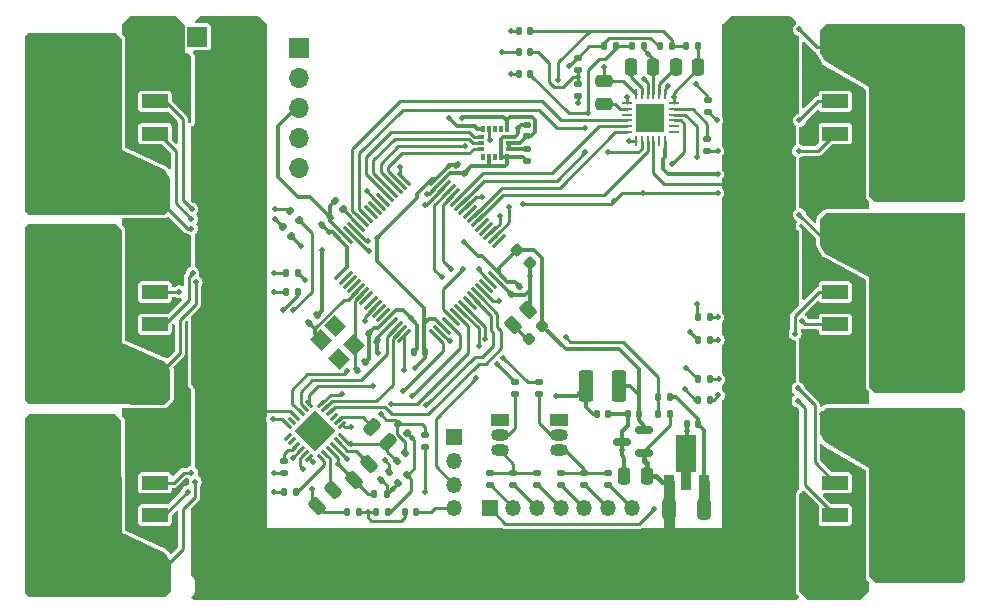
<source format=gbr>
%TF.GenerationSoftware,KiCad,Pcbnew,(6.0.5)*%
%TF.CreationDate,2023-08-08T13:01:53+01:00*%
%TF.ProjectId,Melty,4d656c74-792e-46b6-9963-61645f706362,rev?*%
%TF.SameCoordinates,Original*%
%TF.FileFunction,Copper,L1,Top*%
%TF.FilePolarity,Positive*%
%FSLAX46Y46*%
G04 Gerber Fmt 4.6, Leading zero omitted, Abs format (unit mm)*
G04 Created by KiCad (PCBNEW (6.0.5)) date 2023-08-08 13:01:53*
%MOMM*%
%LPD*%
G01*
G04 APERTURE LIST*
G04 Aperture macros list*
%AMRoundRect*
0 Rectangle with rounded corners*
0 $1 Rounding radius*
0 $2 $3 $4 $5 $6 $7 $8 $9 X,Y pos of 4 corners*
0 Add a 4 corners polygon primitive as box body*
4,1,4,$2,$3,$4,$5,$6,$7,$8,$9,$2,$3,0*
0 Add four circle primitives for the rounded corners*
1,1,$1+$1,$2,$3*
1,1,$1+$1,$4,$5*
1,1,$1+$1,$6,$7*
1,1,$1+$1,$8,$9*
0 Add four rect primitives between the rounded corners*
20,1,$1+$1,$2,$3,$4,$5,0*
20,1,$1+$1,$4,$5,$6,$7,0*
20,1,$1+$1,$6,$7,$8,$9,0*
20,1,$1+$1,$8,$9,$2,$3,0*%
%AMRotRect*
0 Rectangle, with rotation*
0 The origin of the aperture is its center*
0 $1 length*
0 $2 width*
0 $3 Rotation angle, in degrees counterclockwise*
0 Add horizontal line*
21,1,$1,$2,0,0,$3*%
%AMFreePoly0*
4,1,9,3.862500,-0.866500,0.737500,-0.866500,0.737500,-0.450000,-0.737500,-0.450000,-0.737500,0.450000,0.737500,0.450000,0.737500,0.866500,3.862500,0.866500,3.862500,-0.866500,3.862500,-0.866500,$1*%
G04 Aperture macros list end*
%TA.AperFunction,SMDPad,CuDef*%
%ADD10RoundRect,0.250000X-0.475000X0.250000X-0.475000X-0.250000X0.475000X-0.250000X0.475000X0.250000X0*%
%TD*%
%TA.AperFunction,SMDPad,CuDef*%
%ADD11RoundRect,0.135000X0.135000X0.185000X-0.135000X0.185000X-0.135000X-0.185000X0.135000X-0.185000X0*%
%TD*%
%TA.AperFunction,SMDPad,CuDef*%
%ADD12RoundRect,0.218750X0.026517X-0.335876X0.335876X-0.026517X-0.026517X0.335876X-0.335876X0.026517X0*%
%TD*%
%TA.AperFunction,SMDPad,CuDef*%
%ADD13RoundRect,0.135000X0.035355X-0.226274X0.226274X-0.035355X-0.035355X0.226274X-0.226274X0.035355X0*%
%TD*%
%TA.AperFunction,SMDPad,CuDef*%
%ADD14RoundRect,0.250000X0.512652X0.159099X0.159099X0.512652X-0.512652X-0.159099X-0.159099X-0.512652X0*%
%TD*%
%TA.AperFunction,SMDPad,CuDef*%
%ADD15RoundRect,0.135000X-0.135000X-0.185000X0.135000X-0.185000X0.135000X0.185000X-0.135000X0.185000X0*%
%TD*%
%TA.AperFunction,SMDPad,CuDef*%
%ADD16RoundRect,0.250000X0.250000X0.475000X-0.250000X0.475000X-0.250000X-0.475000X0.250000X-0.475000X0*%
%TD*%
%TA.AperFunction,SMDPad,CuDef*%
%ADD17R,2.200000X1.200000*%
%TD*%
%TA.AperFunction,SMDPad,CuDef*%
%ADD18R,6.400000X5.800000*%
%TD*%
%TA.AperFunction,SMDPad,CuDef*%
%ADD19RoundRect,0.140000X-0.140000X-0.170000X0.140000X-0.170000X0.140000X0.170000X-0.140000X0.170000X0*%
%TD*%
%TA.AperFunction,SMDPad,CuDef*%
%ADD20RoundRect,0.135000X0.185000X-0.135000X0.185000X0.135000X-0.185000X0.135000X-0.185000X-0.135000X0*%
%TD*%
%TA.AperFunction,SMDPad,CuDef*%
%ADD21RoundRect,0.135000X0.226274X0.035355X0.035355X0.226274X-0.226274X-0.035355X-0.035355X-0.226274X0*%
%TD*%
%TA.AperFunction,SMDPad,CuDef*%
%ADD22RoundRect,0.140000X0.140000X0.170000X-0.140000X0.170000X-0.140000X-0.170000X0.140000X-0.170000X0*%
%TD*%
%TA.AperFunction,SMDPad,CuDef*%
%ADD23RoundRect,0.135000X-0.185000X0.135000X-0.185000X-0.135000X0.185000X-0.135000X0.185000X0.135000X0*%
%TD*%
%TA.AperFunction,SMDPad,CuDef*%
%ADD24RoundRect,0.250000X0.159099X-0.512652X0.512652X-0.159099X-0.159099X0.512652X-0.512652X0.159099X0*%
%TD*%
%TA.AperFunction,ComponentPad*%
%ADD25R,1.350000X1.350000*%
%TD*%
%TA.AperFunction,ComponentPad*%
%ADD26O,1.350000X1.350000*%
%TD*%
%TA.AperFunction,SMDPad,CuDef*%
%ADD27RoundRect,0.225000X-0.335876X-0.017678X-0.017678X-0.335876X0.335876X0.017678X0.017678X0.335876X0*%
%TD*%
%TA.AperFunction,SMDPad,CuDef*%
%ADD28RoundRect,0.140000X0.021213X-0.219203X0.219203X-0.021213X-0.021213X0.219203X-0.219203X0.021213X0*%
%TD*%
%TA.AperFunction,ComponentPad*%
%ADD29R,1.700000X1.700000*%
%TD*%
%TA.AperFunction,ComponentPad*%
%ADD30O,1.700000X1.700000*%
%TD*%
%TA.AperFunction,ComponentPad*%
%ADD31RoundRect,1.200000X-0.800000X-0.800000X0.800000X-0.800000X0.800000X0.800000X-0.800000X0.800000X0*%
%TD*%
%TA.AperFunction,SMDPad,CuDef*%
%ADD32RoundRect,0.150000X0.587500X0.150000X-0.587500X0.150000X-0.587500X-0.150000X0.587500X-0.150000X0*%
%TD*%
%TA.AperFunction,SMDPad,CuDef*%
%ADD33RoundRect,0.250000X-0.325000X-0.650000X0.325000X-0.650000X0.325000X0.650000X-0.325000X0.650000X0*%
%TD*%
%TA.AperFunction,SMDPad,CuDef*%
%ADD34RoundRect,0.140000X-0.021213X0.219203X-0.219203X0.021213X0.021213X-0.219203X0.219203X-0.021213X0*%
%TD*%
%TA.AperFunction,SMDPad,CuDef*%
%ADD35R,0.900000X1.300000*%
%TD*%
%TA.AperFunction,SMDPad,CuDef*%
%ADD36FreePoly0,90.000000*%
%TD*%
%TA.AperFunction,SMDPad,CuDef*%
%ADD37RoundRect,0.250000X0.325000X0.650000X-0.325000X0.650000X-0.325000X-0.650000X0.325000X-0.650000X0*%
%TD*%
%TA.AperFunction,SMDPad,CuDef*%
%ADD38RoundRect,0.140000X0.170000X-0.140000X0.170000X0.140000X-0.170000X0.140000X-0.170000X-0.140000X0*%
%TD*%
%TA.AperFunction,SMDPad,CuDef*%
%ADD39RoundRect,0.135000X-0.226274X-0.035355X-0.035355X-0.226274X0.226274X0.035355X0.035355X0.226274X0*%
%TD*%
%TA.AperFunction,SMDPad,CuDef*%
%ADD40RoundRect,0.062500X-0.274004X0.185616X0.185616X-0.274004X0.274004X-0.185616X-0.185616X0.274004X0*%
%TD*%
%TA.AperFunction,SMDPad,CuDef*%
%ADD41RoundRect,0.062500X-0.274004X-0.185616X-0.185616X-0.274004X0.274004X0.185616X0.185616X0.274004X0*%
%TD*%
%TA.AperFunction,SMDPad,CuDef*%
%ADD42RotRect,2.450000X2.450000X315.000000*%
%TD*%
%TA.AperFunction,SMDPad,CuDef*%
%ADD43RoundRect,0.062500X0.062500X-0.325000X0.062500X0.325000X-0.062500X0.325000X-0.062500X-0.325000X0*%
%TD*%
%TA.AperFunction,SMDPad,CuDef*%
%ADD44RoundRect,0.062500X0.325000X-0.062500X0.325000X0.062500X-0.325000X0.062500X-0.325000X-0.062500X0*%
%TD*%
%TA.AperFunction,SMDPad,CuDef*%
%ADD45R,2.450000X2.450000*%
%TD*%
%TA.AperFunction,SMDPad,CuDef*%
%ADD46RoundRect,0.250000X0.375000X1.075000X-0.375000X1.075000X-0.375000X-1.075000X0.375000X-1.075000X0*%
%TD*%
%TA.AperFunction,SMDPad,CuDef*%
%ADD47RoundRect,0.140000X-0.219203X-0.021213X-0.021213X-0.219203X0.219203X0.021213X0.021213X0.219203X0*%
%TD*%
%TA.AperFunction,SMDPad,CuDef*%
%ADD48RoundRect,0.140000X0.219203X0.021213X0.021213X0.219203X-0.219203X-0.021213X-0.021213X-0.219203X0*%
%TD*%
%TA.AperFunction,SMDPad,CuDef*%
%ADD49RoundRect,0.250000X0.132583X-0.503814X0.503814X-0.132583X-0.132583X0.503814X-0.503814X0.132583X0*%
%TD*%
%TA.AperFunction,SMDPad,CuDef*%
%ADD50RoundRect,0.075000X-0.441942X-0.548008X0.548008X0.441942X0.441942X0.548008X-0.548008X-0.441942X0*%
%TD*%
%TA.AperFunction,SMDPad,CuDef*%
%ADD51RoundRect,0.075000X0.441942X-0.548008X0.548008X-0.441942X-0.441942X0.548008X-0.548008X0.441942X0*%
%TD*%
%TA.AperFunction,SMDPad,CuDef*%
%ADD52RotRect,1.400000X1.200000X315.000000*%
%TD*%
%TA.AperFunction,ComponentPad*%
%ADD53R,1.500000X1.050000*%
%TD*%
%TA.AperFunction,ComponentPad*%
%ADD54O,1.500000X1.050000*%
%TD*%
%TA.AperFunction,SMDPad,CuDef*%
%ADD55RoundRect,0.140000X-0.170000X0.140000X-0.170000X-0.140000X0.170000X-0.140000X0.170000X0.140000X0*%
%TD*%
%TA.AperFunction,SMDPad,CuDef*%
%ADD56R,0.300000X0.600000*%
%TD*%
%TA.AperFunction,SMDPad,CuDef*%
%ADD57R,0.600000X0.300000*%
%TD*%
%TA.AperFunction,ViaPad*%
%ADD58C,0.500000*%
%TD*%
%TA.AperFunction,Conductor*%
%ADD59C,0.250000*%
%TD*%
%TA.AperFunction,Conductor*%
%ADD60C,0.450000*%
%TD*%
%TA.AperFunction,Conductor*%
%ADD61C,0.800000*%
%TD*%
%TA.AperFunction,Conductor*%
%ADD62C,0.900000*%
%TD*%
%TA.AperFunction,Conductor*%
%ADD63C,0.300000*%
%TD*%
G04 APERTURE END LIST*
D10*
%TO.P,C16,1*%
%TO.N,A1*%
X115214403Y-51805800D03*
%TO.P,C16,2*%
%TO.N,/BSTA1*%
X115214403Y-53705800D03*
%TD*%
D11*
%TO.P,R23,1*%
%TO.N,B1*%
X118569200Y-48844200D03*
%TO.P,R23,2*%
%TO.N,B1_Vsense*%
X117549200Y-48844200D03*
%TD*%
D12*
%TO.P,D2,1,K*%
%TO.N,/PWR_LED*%
X108895282Y-73640085D03*
%TO.P,D2,2,A*%
%TO.N,+3V3*%
X110008976Y-72526391D03*
%TD*%
D13*
%TO.P,R25,1*%
%TO.N,A2*%
X97683376Y-83977424D03*
%TO.P,R25,2*%
%TO.N,A2_Vsense*%
X98404624Y-83256176D03*
%TD*%
D11*
%TO.P,R19,1*%
%TO.N,/GLB2*%
X89283000Y-69621400D03*
%TO.P,R19,2*%
%TO.N,/GLB2'*%
X88263000Y-69621400D03*
%TD*%
D14*
%TO.P,C20,1*%
%TO.N,A2*%
X96921751Y-82371751D03*
%TO.P,C20,2*%
%TO.N,/BSTA2*%
X95578249Y-81028249D03*
%TD*%
D15*
%TO.P,R17,1*%
%TO.N,/GLB1*%
X123137200Y-71780400D03*
%TO.P,R17,2*%
%TO.N,/GLB1'*%
X124157200Y-71780400D03*
%TD*%
D16*
%TO.P,C22,1*%
%TO.N,B1*%
X119382979Y-50596800D03*
%TO.P,C22,2*%
%TO.N,/BSTB1*%
X117482979Y-50596800D03*
%TD*%
D17*
%TO.P,Q1,1,G*%
%TO.N,/GHA1'*%
X134800000Y-53480000D03*
D18*
%TO.P,Q1,2,D*%
%TO.N,+BATT*%
X128500000Y-51200000D03*
D17*
%TO.P,Q1,3,S*%
%TO.N,A1*%
X134800000Y-48920000D03*
%TD*%
D19*
%TO.P,C29,1*%
%TO.N,C2_Vsense*%
X98370000Y-88300000D03*
%TO.P,C29,2*%
%TO.N,GND*%
X99330000Y-88300000D03*
%TD*%
D20*
%TO.P,R34,1*%
%TO.N,Net-(J13-Pad2)*%
X105550000Y-86010000D03*
%TO.P,R34,2*%
%TO.N,Net-(Q4-Pad3)*%
X105550000Y-84990000D03*
%TD*%
D21*
%TO.P,R13,1*%
%TO.N,/GLA2*%
X89362224Y-63530424D03*
%TO.P,R13,2*%
%TO.N,/GLA2'*%
X88640976Y-62809176D03*
%TD*%
D22*
%TO.P,C3,1*%
%TO.N,+3V3*%
X118180000Y-80000000D03*
%TO.P,C3,2*%
%TO.N,GND*%
X117220000Y-80000000D03*
%TD*%
D23*
%TO.P,R6,1*%
%TO.N,/GHA1*%
X124053600Y-53363400D03*
%TO.P,R6,2*%
%TO.N,/GHA1'*%
X124053600Y-54383400D03*
%TD*%
D24*
%TO.P,C21,1*%
%TO.N,C2*%
X90895249Y-87742951D03*
%TO.P,C21,2*%
%TO.N,/BSTC2*%
X92238751Y-86399449D03*
%TD*%
D11*
%TO.P,R30,1*%
%TO.N,C1_Vsense*%
X120982200Y-48844200D03*
%TO.P,R30,2*%
%TO.N,M1_COM*%
X119962200Y-48844200D03*
%TD*%
D25*
%TO.P,J13,1,Pin_1*%
%TO.N,+5V*%
X105550000Y-87950000D03*
D26*
%TO.P,J13,2,Pin_2*%
%TO.N,Net-(J13-Pad2)*%
X107550000Y-87950000D03*
%TO.P,J13,3,Pin_3*%
%TO.N,Net-(J13-Pad3)*%
X109550000Y-87950000D03*
%TO.P,J13,4,Pin_4*%
%TO.N,Net-(J13-Pad4)*%
X111550000Y-87950000D03*
%TO.P,J13,5,Pin_5*%
%TO.N,Net-(J13-Pad5)*%
X113550000Y-87950000D03*
%TO.P,J13,6,Pin_6*%
%TO.N,Net-(J13-Pad6)*%
X115550000Y-87950000D03*
%TO.P,J13,7,Pin_7*%
%TO.N,Net-(J13-Pad7)*%
X117550000Y-87950000D03*
%TD*%
D19*
%TO.P,C5,1*%
%TO.N,+3.3VA*%
X114620000Y-80000000D03*
%TO.P,C5,2*%
%TO.N,GND*%
X115580000Y-80000000D03*
%TD*%
D27*
%TO.P,C9,1*%
%TO.N,+3V3*%
X107833792Y-66076192D03*
%TO.P,C9,2*%
%TO.N,GND*%
X108929808Y-67172208D03*
%TD*%
D28*
%TO.P,C31,1*%
%TO.N,B2_Vsense*%
X96360589Y-85539411D03*
%TO.P,C31,2*%
%TO.N,GND*%
X97039411Y-84860589D03*
%TD*%
D11*
%TO.P,R4,1*%
%TO.N,+BATT*%
X120810000Y-80000000D03*
%TO.P,R4,2*%
%TO.N,VDC_sense*%
X119790000Y-80000000D03*
%TD*%
D16*
%TO.P,C19,1*%
%TO.N,C1*%
X123200204Y-50596800D03*
%TO.P,C19,2*%
%TO.N,/BSTC1*%
X121300204Y-50596800D03*
%TD*%
D23*
%TO.P,R15,1*%
%TO.N,/GLC2*%
X88138000Y-83919600D03*
%TO.P,R15,2*%
%TO.N,/GLC2'*%
X88138000Y-84939600D03*
%TD*%
D20*
%TO.P,R35,1*%
%TO.N,Net-(J13-Pad3)*%
X107550000Y-86010000D03*
%TO.P,R35,2*%
%TO.N,Net-(Q4-Pad3)*%
X107550000Y-84990000D03*
%TD*%
D29*
%TO.P,J11,1,Pin_1*%
%TO.N,GND*%
X80792000Y-48031800D03*
D30*
%TO.P,J11,2,Pin_2*%
%TO.N,+BATT*%
X83332000Y-48031800D03*
%TD*%
D11*
%TO.P,R18,1*%
%TO.N,/GHB2*%
X89283000Y-68021200D03*
%TO.P,R18,2*%
%TO.N,/GHB2'*%
X88263000Y-68021200D03*
%TD*%
D20*
%TO.P,R36,1*%
%TO.N,Net-(J13-Pad4)*%
X109550000Y-86010000D03*
%TO.P,R36,2*%
%TO.N,Net-(Q4-Pad3)*%
X109550000Y-84990000D03*
%TD*%
D22*
%TO.P,C11,1*%
%TO.N,+3V3*%
X100098800Y-74701400D03*
%TO.P,C11,2*%
%TO.N,GND*%
X99138800Y-74701400D03*
%TD*%
D31*
%TO.P,,1*%
%TO.N,C2*%
X71750000Y-90800000D03*
%TD*%
D19*
%TO.P,C7,1*%
%TO.N,+5V*%
X122220000Y-80800000D03*
%TO.P,C7,2*%
%TO.N,GND*%
X123180000Y-80800000D03*
%TD*%
D29*
%TO.P,J1,1,Pin_1*%
%TO.N,+3V3*%
X89408000Y-49001600D03*
D30*
%TO.P,J1,2,Pin_2*%
%TO.N,SWDCLK*%
X89408000Y-51541600D03*
%TO.P,J1,3,Pin_3*%
%TO.N,GND*%
X89408000Y-54081600D03*
%TO.P,J1,4,Pin_4*%
%TO.N,SWDIO*%
X89408000Y-56621600D03*
%TO.P,J1,5,Pin_5*%
%TO.N,SWO*%
X89408000Y-59161600D03*
%TD*%
D32*
%TO.P,U1,1,VI*%
%TO.N,+BATT*%
X118637500Y-83250000D03*
%TO.P,U1,2,VO*%
%TO.N,+3V3*%
X118637500Y-81350000D03*
%TO.P,U1,3,GND*%
%TO.N,GND*%
X116762500Y-82300000D03*
%TD*%
D33*
%TO.P,C26,1*%
%TO.N,+BATT*%
X130222200Y-74726800D03*
%TO.P,C26,2*%
%TO.N,GND*%
X133172200Y-74726800D03*
%TD*%
D20*
%TO.P,R28,1*%
%TO.N,A1_Vsense*%
X112979200Y-50827400D03*
%TO.P,R28,2*%
%TO.N,M1_COM*%
X112979200Y-49807400D03*
%TD*%
D34*
%TO.P,C13,1*%
%TO.N,+3V3*%
X108060811Y-69154989D03*
%TO.P,C13,2*%
%TO.N,GND*%
X107381989Y-69833811D03*
%TD*%
D35*
%TO.P,U10,1,VI*%
%TO.N,+BATT*%
X120699400Y-85687500D03*
D36*
%TO.P,U10,2,VO*%
%TO.N,+5V*%
X122199400Y-85600000D03*
D35*
%TO.P,U10,3,GND*%
%TO.N,GND*%
X123699400Y-85687500D03*
%TD*%
D17*
%TO.P,Q5,1,G*%
%TO.N,/GHC1'*%
X134800000Y-85780000D03*
D18*
%TO.P,Q5,2,D*%
%TO.N,+BATT*%
X128500000Y-83500000D03*
D17*
%TO.P,Q5,3,S*%
%TO.N,C1*%
X134800000Y-81220000D03*
%TD*%
D15*
%TO.P,R16,1*%
%TO.N,/GHB1*%
X123137200Y-73685400D03*
%TO.P,R16,2*%
%TO.N,/GHB1'*%
X124157200Y-73685400D03*
%TD*%
D11*
%TO.P,R24,1*%
%TO.N,C1*%
X123192000Y-48844199D03*
%TO.P,R24,2*%
%TO.N,C1_Vsense*%
X122172000Y-48844199D03*
%TD*%
D37*
%TO.P,C18,1*%
%TO.N,+BATT*%
X82145400Y-66497200D03*
%TO.P,C18,2*%
%TO.N,GND*%
X79195400Y-66497200D03*
%TD*%
D23*
%TO.P,R2,1*%
%TO.N,Heading_Red*%
X109700000Y-77290000D03*
%TO.P,R2,2*%
%TO.N,Net-(Q3-Pad2)*%
X109700000Y-78310000D03*
%TD*%
D21*
%TO.P,R12,1*%
%TO.N,/GHA2*%
X88752624Y-64876624D03*
%TO.P,R12,2*%
%TO.N,/GHA2'*%
X88031376Y-64155376D03*
%TD*%
D17*
%TO.P,Q9,1,G*%
%TO.N,/GHC2'*%
X77200000Y-88520000D03*
D18*
%TO.P,Q9,2,D*%
%TO.N,+BATT*%
X83500000Y-90800000D03*
D17*
%TO.P,Q9,3,S*%
%TO.N,C2*%
X77200000Y-93080000D03*
%TD*%
D13*
%TO.P,R32,1*%
%TO.N,B2_Vsense*%
X97810376Y-85831624D03*
%TO.P,R32,2*%
%TO.N,M2_COM*%
X98531624Y-85110376D03*
%TD*%
D38*
%TO.P,C14,1*%
%TO.N,+3V3*%
X108686600Y-56436200D03*
%TO.P,C14,2*%
%TO.N,GND*%
X108686600Y-55476200D03*
%TD*%
D23*
%TO.P,R7,1*%
%TO.N,/GLA1*%
X123977400Y-56665400D03*
%TO.P,R7,2*%
%TO.N,/GLA1'*%
X123977400Y-57685400D03*
%TD*%
D24*
%TO.P,C23,1*%
%TO.N,B2*%
X94019449Y-85558551D03*
%TO.P,C23,2*%
%TO.N,/BSTB2*%
X95362951Y-84215049D03*
%TD*%
D16*
%TO.P,C1,1*%
%TO.N,+BATT*%
X118850000Y-85200000D03*
%TO.P,C1,2*%
%TO.N,GND*%
X116950000Y-85200000D03*
%TD*%
D31*
%TO.P,,1*%
%TO.N,C1*%
X140200000Y-83450000D03*
%TD*%
D28*
%TO.P,C10,1*%
%TO.N,+3V3*%
X91303789Y-63941011D03*
%TO.P,C10,2*%
%TO.N,GND*%
X91982611Y-63262189D03*
%TD*%
D17*
%TO.P,Q8,1,G*%
%TO.N,/GLA2'*%
X77200000Y-53480000D03*
D18*
%TO.P,Q8,2,D*%
%TO.N,A2*%
X70900000Y-51200000D03*
D17*
%TO.P,Q8,3,S*%
%TO.N,GND*%
X77200000Y-48920000D03*
%TD*%
%TO.P,Q11,1,G*%
%TO.N,/GHB1'*%
X134800000Y-69630000D03*
D18*
%TO.P,Q11,2,D*%
%TO.N,+BATT*%
X128500000Y-67350000D03*
D17*
%TO.P,Q11,3,S*%
%TO.N,B1*%
X134800000Y-65070000D03*
%TD*%
D33*
%TO.P,C6,1*%
%TO.N,+BATT*%
X120725000Y-88000000D03*
%TO.P,C6,2*%
%TO.N,GND*%
X123675000Y-88000000D03*
%TD*%
D25*
%TO.P,J12,1,Pin_1*%
%TO.N,+3V3*%
X102550000Y-81950000D03*
D26*
%TO.P,J12,2,Pin_2*%
%TO.N,IR_top*%
X102550000Y-83950000D03*
%TO.P,J12,3,Pin_3*%
%TO.N,IR_bottom*%
X102550000Y-85950000D03*
%TO.P,J12,4,Pin_4*%
%TO.N,GND*%
X102550000Y-87950000D03*
%TD*%
D17*
%TO.P,Q14,1,G*%
%TO.N,/GLB2'*%
X77200000Y-69630000D03*
D18*
%TO.P,Q14,2,D*%
%TO.N,B2*%
X70900000Y-67350000D03*
D17*
%TO.P,Q14,3,S*%
%TO.N,GND*%
X77200000Y-65070000D03*
%TD*%
D39*
%TO.P,R31,1*%
%TO.N,A2_Vsense*%
X97810376Y-80817776D03*
%TO.P,R31,2*%
%TO.N,M2_COM*%
X98531624Y-81539024D03*
%TD*%
D37*
%TO.P,C17,1*%
%TO.N,+BATT*%
X82424800Y-51028600D03*
%TO.P,C17,2*%
%TO.N,GND*%
X79474800Y-51028600D03*
%TD*%
D33*
%TO.P,C25,1*%
%TO.N,+BATT*%
X129893800Y-59258200D03*
%TO.P,C25,2*%
%TO.N,GND*%
X132843800Y-59258200D03*
%TD*%
D17*
%TO.P,Q12,1,G*%
%TO.N,/GLB1'*%
X134800000Y-72370000D03*
D18*
%TO.P,Q12,2,D*%
%TO.N,B1*%
X141100000Y-74650000D03*
D17*
%TO.P,Q12,3,S*%
%TO.N,GND*%
X134800000Y-76930000D03*
%TD*%
%TO.P,Q7,1,G*%
%TO.N,/GHA2'*%
X77200000Y-56220000D03*
D18*
%TO.P,Q7,2,D*%
%TO.N,+BATT*%
X83500000Y-58500000D03*
D17*
%TO.P,Q7,3,S*%
%TO.N,A2*%
X77200000Y-60780000D03*
%TD*%
D22*
%TO.P,C30,1*%
%TO.N,B1_Vsense*%
X108980000Y-51200000D03*
%TO.P,C30,2*%
%TO.N,GND*%
X108020000Y-51200000D03*
%TD*%
D40*
%TO.P,U7,1,INLA*%
%TO.N,A2_INL*%
X90232709Y-79117742D03*
%TO.P,U7,2,INLB*%
%TO.N,B2_INL*%
X89879155Y-79471295D03*
%TO.P,U7,3,INLC*%
%TO.N,C2_INL*%
X89525602Y-79824849D03*
%TO.P,U7,4,GVDD*%
%TO.N,+BATT*%
X89172049Y-80178402D03*
%TO.P,U7,5,MODE*%
%TO.N,unconnected-(U7-Pad5)*%
X88818495Y-80531955D03*
%TO.P,U7,6,GND*%
%TO.N,GND*%
X88464942Y-80885509D03*
D41*
%TO.P,U7,7*%
%TO.N,N/C*%
X88464942Y-81928491D03*
%TO.P,U7,8*%
X88818495Y-82282045D03*
%TO.P,U7,9,GLC*%
%TO.N,/GLC2*%
X89172049Y-82635598D03*
%TO.P,U7,10,GLB*%
%TO.N,/GLB2*%
X89525602Y-82989151D03*
%TO.P,U7,11,GLA*%
%TO.N,/GLA2*%
X89879155Y-83342705D03*
%TO.P,U7,12,SHC*%
%TO.N,C2*%
X90232709Y-83696258D03*
D40*
%TO.P,U7,13,GHC*%
%TO.N,/GHC2*%
X91275691Y-83696258D03*
%TO.P,U7,14,BSTC*%
%TO.N,/BSTC2*%
X91629245Y-83342705D03*
%TO.P,U7,15,SHB*%
%TO.N,B2*%
X91982798Y-82989151D03*
%TO.P,U7,16,GHB*%
%TO.N,/GHB2*%
X92336351Y-82635598D03*
%TO.P,U7,17,BSTB*%
%TO.N,/BSTB2*%
X92689905Y-82282045D03*
%TO.P,U7,18,SHA*%
%TO.N,A2*%
X93043458Y-81928491D03*
D41*
%TO.P,U7,19,GHA*%
%TO.N,/GHA2*%
X93043458Y-80885509D03*
%TO.P,U7,20,BSTA*%
%TO.N,/BSTA2*%
X92689905Y-80531955D03*
%TO.P,U7,21,DT*%
%TO.N,unconnected-(U7-Pad21)*%
X92336351Y-80178402D03*
%TO.P,U7,22,INHA*%
%TO.N,A2_INH*%
X91982798Y-79824849D03*
%TO.P,U7,23,INHB*%
%TO.N,B2_INH*%
X91629245Y-79471295D03*
%TO.P,U7,24,INHC*%
%TO.N,C2_INH*%
X91275691Y-79117742D03*
D42*
%TO.P,U7,25*%
%TO.N,N/C*%
X90754200Y-81407000D03*
%TD*%
D15*
%TO.P,R5,1*%
%TO.N,VDC_sense*%
X119790000Y-78500000D03*
%TO.P,R5,2*%
%TO.N,GND*%
X120810000Y-78500000D03*
%TD*%
D43*
%TO.P,U4,1,INLA*%
%TO.N,A1_INL*%
X117901400Y-56851500D03*
%TO.P,U4,2,INLB*%
%TO.N,B1_INL*%
X118401400Y-56851500D03*
%TO.P,U4,3,INLC*%
%TO.N,C1_INL*%
X118901400Y-56851500D03*
%TO.P,U4,4,GVDD*%
%TO.N,+BATT*%
X119401400Y-56851500D03*
%TO.P,U4,5,MODE*%
%TO.N,unconnected-(U4-Pad5)*%
X119901400Y-56851500D03*
%TO.P,U4,6,GND*%
%TO.N,GND*%
X120401400Y-56851500D03*
D44*
%TO.P,U4,7*%
%TO.N,N/C*%
X121138900Y-56114000D03*
%TO.P,U4,8*%
X121138900Y-55614000D03*
%TO.P,U4,9,GLC*%
%TO.N,/GLC1*%
X121138900Y-55114000D03*
%TO.P,U4,10,GLB*%
%TO.N,/GLB1*%
X121138900Y-54614000D03*
%TO.P,U4,11,GLA*%
%TO.N,/GLA1*%
X121138900Y-54114000D03*
%TO.P,U4,12,SHC*%
%TO.N,C1*%
X121138900Y-53614000D03*
D43*
%TO.P,U4,13,GHC*%
%TO.N,/GHC1*%
X120401400Y-52876500D03*
%TO.P,U4,14,BSTC*%
%TO.N,/BSTC1*%
X119901400Y-52876500D03*
%TO.P,U4,15,SHB*%
%TO.N,B1*%
X119401400Y-52876500D03*
%TO.P,U4,16,GHB*%
%TO.N,/GHB1*%
X118901400Y-52876500D03*
%TO.P,U4,17,BSTB*%
%TO.N,/BSTB1*%
X118401400Y-52876500D03*
%TO.P,U4,18,SHA*%
%TO.N,A1*%
X117901400Y-52876500D03*
D44*
%TO.P,U4,19,GHA*%
%TO.N,/GHA1*%
X117163900Y-53614000D03*
%TO.P,U4,20,BSTA*%
%TO.N,/BSTA1*%
X117163900Y-54114000D03*
%TO.P,U4,21,DT*%
%TO.N,unconnected-(U4-Pad21)*%
X117163900Y-54614000D03*
%TO.P,U4,22,INHA*%
%TO.N,A1_INH*%
X117163900Y-55114000D03*
%TO.P,U4,23,INHB*%
%TO.N,B1_INH*%
X117163900Y-55614000D03*
%TO.P,U4,24,INHC*%
%TO.N,C1_INH*%
X117163900Y-56114000D03*
D45*
%TO.P,U4,25*%
%TO.N,N/C*%
X119151400Y-54864000D03*
%TD*%
D23*
%TO.P,R21,1*%
%TO.N,Heading_Green*%
X107700000Y-77290000D03*
%TO.P,R21,2*%
%TO.N,Net-(Q4-Pad2)*%
X107700000Y-78310000D03*
%TD*%
D17*
%TO.P,Q6,1,G*%
%TO.N,/GLC1'*%
X134800000Y-88520000D03*
D18*
%TO.P,Q6,2,D*%
%TO.N,C1*%
X141100000Y-90800000D03*
D17*
%TO.P,Q6,3,S*%
%TO.N,GND*%
X134800000Y-93080000D03*
%TD*%
D15*
%TO.P,R11,1*%
%TO.N,/GLC1*%
X123137200Y-78765400D03*
%TO.P,R11,2*%
%TO.N,/GLC1'*%
X124157200Y-78765400D03*
%TD*%
D11*
%TO.P,R14,1*%
%TO.N,/GHC2*%
X89105200Y-86563200D03*
%TO.P,R14,2*%
%TO.N,/GHC2'*%
X88085200Y-86563200D03*
%TD*%
D46*
%TO.P,L1,1*%
%TO.N,+3V3*%
X116500000Y-77600000D03*
%TO.P,L1,2*%
%TO.N,+3.3VA*%
X113700000Y-77600000D03*
%TD*%
D21*
%TO.P,R1,1*%
%TO.N,/BOOT0*%
X93121424Y-62641424D03*
%TO.P,R1,2*%
%TO.N,GND*%
X92400176Y-61920176D03*
%TD*%
D15*
%TO.P,R26,1*%
%TO.N,B2*%
X95783400Y-86766400D03*
%TO.P,R26,2*%
%TO.N,B2_Vsense*%
X96803400Y-86766400D03*
%TD*%
D47*
%TO.P,C12,1*%
%TO.N,+3V3*%
X102760589Y-58860589D03*
%TO.P,C12,2*%
%TO.N,GND*%
X103439411Y-59539411D03*
%TD*%
D31*
%TO.P,REF\u002A\u002A,1*%
%TO.N,B1*%
X140200000Y-67250000D03*
%TD*%
D11*
%TO.P,R29,1*%
%TO.N,B1_Vsense*%
X116207000Y-48844200D03*
%TO.P,R29,2*%
%TO.N,M1_COM*%
X115187000Y-48844200D03*
%TD*%
D48*
%TO.P,C8,1*%
%TO.N,+3.3VA*%
X96021211Y-73796211D03*
%TO.P,C8,2*%
%TO.N,GND*%
X95342389Y-73117389D03*
%TD*%
D49*
%TO.P,R3,1*%
%TO.N,/PWR_LED*%
X107477815Y-72435318D03*
%TO.P,R3,2*%
%TO.N,GND*%
X108768285Y-71144848D03*
%TD*%
D20*
%TO.P,R20,1*%
%TO.N,Net-(J13-Pad7)*%
X115550000Y-86010000D03*
%TO.P,R20,2*%
%TO.N,Net-(Q3-Pad3)*%
X115550000Y-84990000D03*
%TD*%
D17*
%TO.P,Q10,1,G*%
%TO.N,/GLC2'*%
X77200000Y-85780000D03*
D18*
%TO.P,Q10,2,D*%
%TO.N,C2*%
X70900000Y-83500000D03*
D17*
%TO.P,Q10,3,S*%
%TO.N,GND*%
X77200000Y-81220000D03*
%TD*%
D31*
%TO.P,,1*%
%TO.N,A1*%
X140150000Y-51150000D03*
%TD*%
D20*
%TO.P,R22,1*%
%TO.N,A1*%
X113004600Y-53037200D03*
%TO.P,R22,2*%
%TO.N,A1_Vsense*%
X113004600Y-52017200D03*
%TD*%
D50*
%TO.P,U3,1,VBAT*%
%TO.N,+3V3*%
X92979719Y-68061581D03*
%TO.P,U3,2,PC13*%
%TO.N,unconnected-(U3-Pad2)*%
X93333272Y-68415134D03*
%TO.P,U3,3,PC14*%
%TO.N,unconnected-(U3-Pad3)*%
X93686825Y-68768687D03*
%TO.P,U3,4,PC15*%
%TO.N,unconnected-(U3-Pad4)*%
X94040379Y-69122241D03*
%TO.P,U3,5,PF0*%
%TO.N,/OSC_in*%
X94393932Y-69475794D03*
%TO.P,U3,6,PF1*%
%TO.N,/OSC_out*%
X94747486Y-69829348D03*
%TO.P,U3,7,NRST*%
%TO.N,unconnected-(U3-Pad7)*%
X95101039Y-70182901D03*
%TO.P,U3,8,PC0*%
%TO.N,unconnected-(U3-Pad8)*%
X95454592Y-70536454D03*
%TO.P,U3,9,PC1*%
%TO.N,A2_Vsense*%
X95808146Y-70890008D03*
%TO.P,U3,10,PC2*%
%TO.N,unconnected-(U3-Pad10)*%
X96161699Y-71243561D03*
%TO.P,U3,11,PC3*%
%TO.N,unconnected-(U3-Pad11)*%
X96515252Y-71597114D03*
%TO.P,U3,12,VSSA*%
%TO.N,GND*%
X96868806Y-71950668D03*
%TO.P,U3,13,VDDA*%
%TO.N,+3.3VA*%
X97222359Y-72304221D03*
%TO.P,U3,14,PA0*%
%TO.N,B2_INL*%
X97575913Y-72657775D03*
%TO.P,U3,15,PA1*%
%TO.N,B2_INH*%
X97929466Y-73011328D03*
%TO.P,U3,16,PA2*%
%TO.N,IR_top*%
X98283019Y-73364881D03*
D51*
%TO.P,U3,17,PA3*%
%TO.N,B2_Vsense*%
X101005381Y-73364881D03*
%TO.P,U3,18,PF4*%
%TO.N,IR_bottom*%
X101358934Y-73011328D03*
%TO.P,U3,19,VDD*%
%TO.N,+3V3*%
X101712487Y-72657775D03*
%TO.P,U3,20,PA4*%
%TO.N,M2_COM*%
X102066041Y-72304221D03*
%TO.P,U3,21,PA5*%
%TO.N,M1_COM*%
X102419594Y-71950668D03*
%TO.P,U3,22,PA6*%
%TO.N,A2_INL*%
X102773148Y-71597114D03*
%TO.P,U3,23,PA7*%
%TO.N,Heading_Green*%
X103126701Y-71243561D03*
%TO.P,U3,24,PC4*%
%TO.N,Heading_Red*%
X103480254Y-70890008D03*
%TO.P,U3,25,PC5*%
%TO.N,Heading_Blue*%
X103833808Y-70536454D03*
%TO.P,U3,26,PB0*%
%TO.N,C2_Vsense*%
X104187361Y-70182901D03*
%TO.P,U3,27,PB1*%
%TO.N,A2_INH*%
X104540914Y-69829348D03*
%TO.P,U3,28,PB2*%
%TO.N,VDC_sense*%
X104894468Y-69475794D03*
%TO.P,U3,29,PB10*%
%TO.N,unconnected-(U3-Pad29)*%
X105248021Y-69122241D03*
%TO.P,U3,30,PB11*%
%TO.N,B1_Vsense*%
X105601575Y-68768687D03*
%TO.P,U3,31,VSS*%
%TO.N,GND*%
X105955128Y-68415134D03*
%TO.P,U3,32,VDD*%
%TO.N,+3V3*%
X106308681Y-68061581D03*
D50*
%TO.P,U3,33,PB12*%
%TO.N,unconnected-(U3-Pad33)*%
X106308681Y-65339219D03*
%TO.P,U3,34,PB13*%
%TO.N,A1_Vsense*%
X105955128Y-64985666D03*
%TO.P,U3,35,PB14*%
%TO.N,C1_Vsense*%
X105601575Y-64632113D03*
%TO.P,U3,36,PB15*%
%TO.N,unconnected-(U3-Pad36)*%
X105248021Y-64278559D03*
%TO.P,U3,37,PC6*%
%TO.N,unconnected-(U3-Pad37)*%
X104894468Y-63925006D03*
%TO.P,U3,38,PC7*%
%TO.N,C1_INL*%
X104540914Y-63571452D03*
%TO.P,U3,39,PC8*%
%TO.N,C1_INH*%
X104187361Y-63217899D03*
%TO.P,U3,40,PC9*%
%TO.N,unconnected-(U3-Pad40)*%
X103833808Y-62864346D03*
%TO.P,U3,41,PA8*%
%TO.N,PPM*%
X103480254Y-62510792D03*
%TO.P,U3,42,PA9*%
%TO.N,B1_INL*%
X103126701Y-62157239D03*
%TO.P,U3,43,PA10*%
%TO.N,B1_INH*%
X102773148Y-61803686D03*
%TO.P,U3,44,PA11*%
%TO.N,PWM2*%
X102419594Y-61450132D03*
%TO.P,U3,45,PA12*%
%TO.N,PWM3*%
X102066041Y-61096579D03*
%TO.P,U3,46,PA13*%
%TO.N,SWDIO*%
X101712487Y-60743025D03*
%TO.P,U3,47,VSS*%
%TO.N,GND*%
X101358934Y-60389472D03*
%TO.P,U3,48,VDD*%
%TO.N,+3V3*%
X101005381Y-60035919D03*
D51*
%TO.P,U3,49,PA14*%
%TO.N,SWDCLK*%
X98283019Y-60035919D03*
%TO.P,U3,50,PA15*%
%TO.N,SPIx_ENA*%
X97929466Y-60389472D03*
%TO.P,U3,51,PC10*%
%TO.N,SPIx_SCK*%
X97575913Y-60743025D03*
%TO.P,U3,52,PC11*%
%TO.N,SPIx_MISO*%
X97222359Y-61096579D03*
%TO.P,U3,53,PC12*%
%TO.N,SPIx_MOSI*%
X96868806Y-61450132D03*
%TO.P,U3,54,PD2*%
%TO.N,unconnected-(U3-Pad54)*%
X96515252Y-61803686D03*
%TO.P,U3,55,PB3*%
%TO.N,SWO*%
X96161699Y-62157239D03*
%TO.P,U3,56,PB4*%
%TO.N,unconnected-(U3-Pad56)*%
X95808146Y-62510792D03*
%TO.P,U3,57,PB5*%
%TO.N,unconnected-(U3-Pad57)*%
X95454592Y-62864346D03*
%TO.P,U3,58,PB6*%
%TO.N,A1_INL*%
X95101039Y-63217899D03*
%TO.P,U3,59,PB7*%
%TO.N,A1_INH*%
X94747486Y-63571452D03*
%TO.P,U3,60,BOOT0*%
%TO.N,/BOOT0*%
X94393932Y-63925006D03*
%TO.P,U3,61,PB8*%
%TO.N,C2_INL*%
X94040379Y-64278559D03*
%TO.P,U3,62,PB9*%
%TO.N,C2_INH*%
X93686825Y-64632113D03*
%TO.P,U3,63,VSS*%
%TO.N,GND*%
X93333272Y-64985666D03*
%TO.P,U3,64,VDD*%
%TO.N,+3V3*%
X92979719Y-65339219D03*
%TD*%
D15*
%TO.P,R10,1*%
%TO.N,/GHC1*%
X123137200Y-77038200D03*
%TO.P,R10,2*%
%TO.N,/GHC1'*%
X124157200Y-77038200D03*
%TD*%
D52*
%TO.P,X1,1,1*%
%TO.N,/OSC_in*%
X91254942Y-73737223D03*
%TO.P,X1,2*%
%TO.N,N/C*%
X92810577Y-75292858D03*
%TO.P,X1,3,3*%
%TO.N,/OSC_out*%
X94012658Y-74090777D03*
%TO.P,X1,4*%
%TO.N,N/C*%
X92457023Y-72535142D03*
%TD*%
D31*
%TO.P,,1*%
%TO.N,B2*%
X71750000Y-74650000D03*
%TD*%
D28*
%TO.P,C2,1*%
%TO.N,/OSC_in*%
X90272065Y-72231087D03*
%TO.P,C2,2*%
%TO.N,GND*%
X90950887Y-71552265D03*
%TD*%
D20*
%TO.P,R8,1*%
%TO.N,Net-(J13-Pad5)*%
X111550000Y-86010000D03*
%TO.P,R8,2*%
%TO.N,Net-(Q3-Pad3)*%
X111550000Y-84990000D03*
%TD*%
D53*
%TO.P,Q4,1,E*%
%TO.N,GND*%
X106400000Y-80500000D03*
D54*
%TO.P,Q4,2,B*%
%TO.N,Net-(Q4-Pad2)*%
X106400000Y-81770000D03*
%TO.P,Q4,3,C*%
%TO.N,Net-(Q4-Pad3)*%
X106400000Y-83040000D03*
%TD*%
D17*
%TO.P,Q13,1,G*%
%TO.N,/GHB2'*%
X77200000Y-72370000D03*
D18*
%TO.P,Q13,2,D*%
%TO.N,+BATT*%
X83500000Y-74650000D03*
D17*
%TO.P,Q13,3,S*%
%TO.N,B2*%
X77200000Y-76930000D03*
%TD*%
D22*
%TO.P,C32,1*%
%TO.N,A1_Vsense*%
X108980000Y-49350000D03*
%TO.P,C32,2*%
%TO.N,GND*%
X108020000Y-49350000D03*
%TD*%
D55*
%TO.P,C33,1*%
%TO.N,A2_Vsense*%
X100100000Y-81770000D03*
%TO.P,C33,2*%
%TO.N,GND*%
X100100000Y-82730000D03*
%TD*%
D56*
%TO.P,AC1,1,VDD_IO*%
%TO.N,+3V3*%
X107000000Y-55797600D03*
%TO.P,AC1,2,NC_1*%
%TO.N,unconnected-(AC1-Pad2)*%
X106500000Y-55797600D03*
%TO.P,AC1,3,NC_2*%
%TO.N,unconnected-(AC1-Pad3)*%
X106000000Y-55797600D03*
%TO.P,AC1,4,SCL_SPC*%
%TO.N,SPIx_SCK*%
X105500000Y-55797600D03*
%TO.P,AC1,5,GND_1*%
%TO.N,GND*%
X105000000Y-55797600D03*
D57*
%TO.P,AC1,6,SDA_SDI_SDO*%
%TO.N,SPIx_MOSI*%
X104800000Y-56497600D03*
%TO.P,AC1,7,SDO_SA0*%
%TO.N,SPIx_MISO*%
X104800000Y-56997600D03*
%TO.P,AC1,8,CS*%
%TO.N,SPIx_ENA*%
X104800000Y-57497600D03*
D56*
%TO.P,AC1,9,INT2*%
%TO.N,unconnected-(AC1-Pad9)*%
X105000000Y-58197600D03*
%TO.P,AC1,10,RSVD_1*%
%TO.N,GND*%
X105500000Y-58197600D03*
%TO.P,AC1,11,INT1*%
%TO.N,unconnected-(AC1-Pad11)*%
X106000000Y-58197600D03*
%TO.P,AC1,12,GND_2*%
%TO.N,GND*%
X106500000Y-58197600D03*
%TO.P,AC1,13,GND_3*%
X107000000Y-58197600D03*
D57*
%TO.P,AC1,14,VDD*%
%TO.N,+3V3*%
X107200000Y-57497600D03*
%TO.P,AC1,15,RSVD_2*%
X107200000Y-56997600D03*
%TO.P,AC1,16,GND_4*%
%TO.N,GND*%
X107200000Y-56497600D03*
%TD*%
D22*
%TO.P,C28,1*%
%TO.N,C1_Vsense*%
X108980000Y-47500000D03*
%TO.P,C28,2*%
%TO.N,GND*%
X108020000Y-47500000D03*
%TD*%
D55*
%TO.P,C15,1*%
%TO.N,+3V3*%
X108686600Y-57559000D03*
%TO.P,C15,2*%
%TO.N,GND*%
X108686600Y-58519000D03*
%TD*%
D37*
%TO.P,C24,1*%
%TO.N,+BATT*%
X82170800Y-82042000D03*
%TO.P,C24,2*%
%TO.N,GND*%
X79220800Y-82042000D03*
%TD*%
D15*
%TO.P,R33,1*%
%TO.N,C2_Vsense*%
X95908400Y-88290400D03*
%TO.P,R33,2*%
%TO.N,M2_COM*%
X96928400Y-88290400D03*
%TD*%
D17*
%TO.P,Q2,1,G*%
%TO.N,/GLA1'*%
X134800000Y-56220000D03*
D18*
%TO.P,Q2,2,D*%
%TO.N,A1*%
X141100000Y-58500000D03*
D17*
%TO.P,Q2,3,S*%
%TO.N,GND*%
X134800000Y-60780000D03*
%TD*%
D31*
%TO.P,,1*%
%TO.N,A2*%
X71700000Y-58500000D03*
%TD*%
D33*
%TO.P,C27,1*%
%TO.N,+BATT*%
X129815800Y-93954600D03*
%TO.P,C27,2*%
%TO.N,GND*%
X132765800Y-93954600D03*
%TD*%
D28*
%TO.P,C4,1*%
%TO.N,/OSC_out*%
X94316715Y-76275737D03*
%TO.P,C4,2*%
%TO.N,GND*%
X94995537Y-75596915D03*
%TD*%
D20*
%TO.P,R9,1*%
%TO.N,Net-(J13-Pad6)*%
X113550000Y-86010000D03*
%TO.P,R9,2*%
%TO.N,Net-(Q3-Pad3)*%
X113550000Y-84990000D03*
%TD*%
D53*
%TO.P,Q3,1,E*%
%TO.N,GND*%
X111390000Y-80480000D03*
D54*
%TO.P,Q3,2,B*%
%TO.N,Net-(Q3-Pad2)*%
X111390000Y-81750000D03*
%TO.P,Q3,3,C*%
%TO.N,Net-(Q3-Pad3)*%
X111390000Y-83020000D03*
%TD*%
D15*
%TO.P,R27,1*%
%TO.N,C2*%
X93495400Y-88290400D03*
%TO.P,R27,2*%
%TO.N,C2_Vsense*%
X94515400Y-88290400D03*
%TD*%
D58*
%TO.N,GND*%
X79019400Y-48895000D03*
X75488800Y-65024000D03*
X77241400Y-47447200D03*
X133019800Y-62585600D03*
X123700000Y-86700000D03*
X136982200Y-62204600D03*
X116762500Y-83000000D03*
X79121000Y-52603400D03*
X134747000Y-62052200D03*
X136601200Y-93065600D03*
X75209400Y-85369400D03*
X75285600Y-72034400D03*
X136300000Y-74400000D03*
X77216000Y-79984600D03*
X135026400Y-57581800D03*
X134797800Y-91871800D03*
X108929808Y-68315208D03*
X77190600Y-63855600D03*
X100200000Y-61300000D03*
X77200000Y-84450000D03*
X133150000Y-92550000D03*
X78900000Y-80400000D03*
X136652000Y-60731400D03*
X79000000Y-65000000D03*
X136677400Y-72390000D03*
X91300000Y-66100000D03*
X75514200Y-48895000D03*
X133150000Y-90000000D03*
X133680200Y-95199200D03*
X107975400Y-55727600D03*
X136626600Y-78689200D03*
X118550000Y-61250000D03*
X136677400Y-56515000D03*
X134797800Y-59537600D03*
X87172800Y-80391000D03*
X78333600Y-50876200D03*
X77190600Y-51841400D03*
X136169400Y-58674000D03*
X75300000Y-67050000D03*
X77216000Y-82499200D03*
X132750000Y-77050000D03*
X124841000Y-59639200D03*
X100100000Y-86550000D03*
X136525000Y-76936600D03*
X77190600Y-66294000D03*
X136804400Y-86029800D03*
X116050000Y-61900000D03*
X133450000Y-76050000D03*
X134797800Y-75768200D03*
X75285600Y-83362800D03*
X98850000Y-71850000D03*
X133070600Y-60756800D03*
X134848600Y-94234000D03*
X124850000Y-61250000D03*
X107350000Y-47500000D03*
X136728200Y-53746400D03*
X136702800Y-69723000D03*
X133654800Y-58267600D03*
X78841600Y-68199000D03*
X75285600Y-69113400D03*
X133070600Y-78105000D03*
X136601200Y-90017600D03*
X136779000Y-88366600D03*
X134797800Y-73888600D03*
X107350000Y-51200000D03*
X75260200Y-52603400D03*
X96650000Y-83850000D03*
X106550000Y-49350000D03*
X77190600Y-50139600D03*
X78943200Y-84429600D03*
X132350000Y-91150000D03*
X108350000Y-62150000D03*
X102100000Y-54900000D03*
X75285600Y-81203800D03*
X75488800Y-50952400D03*
X134797800Y-78079600D03*
X77216000Y-68072000D03*
X75209400Y-87960200D03*
X132867400Y-73329800D03*
%TO.N,+3V3*%
X103352600Y-65405000D03*
X95986600Y-65074800D03*
X103200200Y-54914800D03*
X91948000Y-64592200D03*
X99250000Y-76050000D03*
X102100000Y-58928000D03*
%TO.N,+3.3VA*%
X111150000Y-78450000D03*
X96064308Y-74776108D03*
%TO.N,SWDIO*%
X100100000Y-62300000D03*
%TO.N,SWDCLK*%
X97950000Y-59050000D03*
%TO.N,SWO*%
X95123000Y-61112400D03*
%TO.N,SPIx_SCK*%
X103474500Y-57300000D03*
X105547481Y-56805028D03*
%TO.N,A1_INL*%
X117373400Y-56845200D03*
X113588800Y-55753000D03*
%TO.N,B1_INL*%
X113600000Y-57800000D03*
X115595400Y-57800000D03*
%TO.N,A1*%
X113004600Y-53670200D03*
X131749800Y-47396400D03*
X115200000Y-50550000D03*
%TO.N,/GHA1*%
X122986800Y-52044600D03*
X117170200Y-53086000D03*
%TO.N,IR_top*%
X98300000Y-76200000D03*
%TO.N,IR_bottom*%
X102160999Y-73811521D03*
X104400000Y-76950000D03*
%TO.N,/GHA1'*%
X124764800Y-55092600D03*
X131750000Y-55100000D03*
%TO.N,/GHC1'*%
X131650000Y-77800000D03*
X124917200Y-77038200D03*
%TO.N,C1*%
X121138902Y-53105098D03*
X133680200Y-79933800D03*
%TO.N,/GLC1'*%
X131650000Y-78850000D03*
X124891800Y-78384400D03*
%TO.N,/GHA2'*%
X87325200Y-63449200D03*
X80289400Y-63449200D03*
%TO.N,A2*%
X93800000Y-82508900D03*
X80289400Y-64262000D03*
%TO.N,/GLA2'*%
X87325200Y-62636400D03*
X80314800Y-62611000D03*
%TO.N,/GHC2'*%
X87249000Y-86563200D03*
X79959200Y-86563200D03*
%TO.N,/GLC2'*%
X87249000Y-84937600D03*
X80289400Y-84937600D03*
%TO.N,/GHB1'*%
X131400000Y-73150000D03*
X124866400Y-73685400D03*
%TO.N,B1*%
X118948200Y-49479200D03*
X131749800Y-63093600D03*
%TO.N,/GLB1'*%
X131974500Y-72100000D03*
X124841000Y-71780400D03*
%TO.N,/GHB2'*%
X80400000Y-68021200D03*
X87249000Y-68021200D03*
%TO.N,/GLB2'*%
X87249000Y-69621400D03*
X79248000Y-69621400D03*
%TO.N,/GLC1*%
X122072400Y-77876400D03*
X120970900Y-58775600D03*
%TO.N,/GLB1*%
X123113800Y-70662800D03*
X123113800Y-58216800D03*
%TO.N,/GHC1*%
X120650000Y-52222400D03*
X122123200Y-76047600D03*
%TO.N,/GHB1*%
X122478800Y-73025000D03*
X118599800Y-51631000D03*
%TO.N,/GLB2*%
X88000000Y-71200000D03*
X88925400Y-83693000D03*
%TO.N,/GLA2*%
X89700000Y-84600000D03*
X88900000Y-71200000D03*
%TO.N,/GHB2*%
X93500000Y-83800000D03*
X89865200Y-68630800D03*
%TO.N,/GHA2*%
X89600000Y-65700000D03*
X93800000Y-81100000D03*
%TO.N,C2*%
X90601800Y-84048600D03*
X80600000Y-85725000D03*
X90474800Y-86283800D03*
%TO.N,B2*%
X80670400Y-68808600D03*
X92700000Y-84200000D03*
%TO.N,A2_INL*%
X97200000Y-79100000D03*
X95700000Y-77600000D03*
%TO.N,C2_INL*%
X93449893Y-76349893D03*
X95200000Y-65300000D03*
%TO.N,C2_INH*%
X93000000Y-78275981D03*
X95300000Y-66200000D03*
%TO.N,/GLA1'*%
X131699000Y-57683400D03*
X124841000Y-57683400D03*
%TO.N,M2_COM*%
X99000000Y-82000000D03*
X99000000Y-78400000D03*
%TO.N,M1_COM*%
X103301800Y-67716400D03*
X112236141Y-50518588D03*
%TO.N,A1_Vsense*%
X112979200Y-51420800D03*
X107200000Y-62400000D03*
%TO.N,B1_Vsense*%
X104600000Y-67700000D03*
X113900000Y-54500000D03*
%TO.N,C1_Vsense*%
X111300000Y-51700000D03*
X106375200Y-63195200D03*
%TO.N,A2_Vsense*%
X96300000Y-80000000D03*
X94970600Y-72110600D03*
%TO.N,B2_Vsense*%
X98200000Y-78000000D03*
X97332800Y-86309200D03*
%TO.N,C2_Vsense*%
X100153839Y-79200000D03*
X95199200Y-88290400D03*
%TO.N,VDC_sense*%
X106349800Y-70383400D03*
X111963200Y-73431400D03*
%TO.N,Heading_Red*%
X105181411Y-73600000D03*
X106700000Y-75200000D03*
%TO.N,Heading_Green*%
X106150000Y-75750000D03*
X104604252Y-74204252D03*
%TO.N,+5V*%
X122220000Y-81420000D03*
X119450000Y-88000000D03*
%TO.N,PPM*%
X104851200Y-61569600D03*
%TO.N,PWM2*%
X102285800Y-67665600D03*
%TO.N,PWM3*%
X101500000Y-68400000D03*
%TD*%
D59*
%TO.N,GND*%
X108020000Y-49350000D02*
X106550000Y-49350000D01*
%TO.N,+BATT*%
X89170002Y-80178402D02*
X88671400Y-79679800D01*
D60*
X118637500Y-83250000D02*
X118637500Y-83937500D01*
D61*
X120725000Y-88000000D02*
X120700000Y-87975000D01*
D59*
X120810000Y-80000000D02*
X120810000Y-80890000D01*
X88671400Y-79679800D02*
X86233000Y-79679800D01*
D60*
X118637500Y-83937500D02*
X118850000Y-84150000D01*
D59*
X120810000Y-80890000D02*
X118637500Y-83062500D01*
D62*
X120725000Y-88000000D02*
X120725000Y-90475000D01*
D59*
X119401400Y-59559000D02*
X120294400Y-60452000D01*
D60*
X118850000Y-84150000D02*
X118850000Y-85200000D01*
D62*
X120700000Y-87975000D02*
X120700000Y-85688100D01*
D60*
X119600000Y-85200000D02*
X120087500Y-85687500D01*
D59*
X118637500Y-83062500D02*
X118637500Y-83250000D01*
X120294400Y-60452000D02*
X126085600Y-60452000D01*
D60*
X120087500Y-85687500D02*
X120699400Y-85687500D01*
X118850000Y-85200000D02*
X119600000Y-85200000D01*
D59*
X119401400Y-56851500D02*
X119401400Y-59559000D01*
X89172049Y-80178402D02*
X89170002Y-80178402D01*
D62*
X120700000Y-85688100D02*
X120699400Y-85687500D01*
D63*
%TO.N,GND*%
X107381989Y-69833811D02*
X107448178Y-69900000D01*
X102100000Y-54900000D02*
X102800000Y-55600000D01*
X87604600Y-55595400D02*
X87604600Y-59904600D01*
X106800000Y-59000000D02*
X105800000Y-59000000D01*
X102147728Y-59600000D02*
X103378822Y-59600000D01*
X121300000Y-78500000D02*
X123180000Y-80380000D01*
X89408000Y-54081600D02*
X89118400Y-54081600D01*
D59*
X97039411Y-84860589D02*
X97039411Y-84239411D01*
D63*
X123700000Y-81320000D02*
X123700000Y-85688100D01*
X105500000Y-58846622D02*
X105653378Y-59000000D01*
X106800000Y-59000000D02*
X107000000Y-58800000D01*
X89300000Y-61600000D02*
X90320422Y-61600000D01*
X108768285Y-71144848D02*
X108915200Y-70997933D01*
D62*
X123700000Y-87975000D02*
X123700000Y-85688100D01*
D63*
X107448178Y-69900000D02*
X108500000Y-69900000D01*
X87604600Y-59904600D02*
X89300000Y-61600000D01*
X95300000Y-75292452D02*
X94995537Y-75596915D01*
X116950000Y-83650000D02*
X116762500Y-83462500D01*
X107975400Y-56187400D02*
X107975400Y-55727600D01*
X98850000Y-71850000D02*
X99415600Y-72415600D01*
X89118400Y-54081600D02*
X87604600Y-55595400D01*
X95342389Y-73117389D02*
X95759778Y-72700000D01*
X91982611Y-63262189D02*
X91982611Y-63635005D01*
X95300000Y-73159778D02*
X95300000Y-75292452D01*
D59*
X88464942Y-80884830D02*
X87971112Y-80391000D01*
D63*
X105800000Y-59000000D02*
X105300000Y-59000000D01*
X107200000Y-56497600D02*
X106702400Y-56497600D01*
X103378822Y-59600000D02*
X103439411Y-59539411D01*
D59*
X100950000Y-87950000D02*
X102550000Y-87950000D01*
D63*
X96869484Y-71950668D02*
X97620152Y-71200000D01*
X96119474Y-72700000D02*
X96868806Y-71950668D01*
X123700000Y-85688100D02*
X123699400Y-85687500D01*
X106702400Y-56497600D02*
X106500000Y-56700000D01*
X120200000Y-58400000D02*
X120401400Y-58198600D01*
X107665200Y-56497600D02*
X107837000Y-56325800D01*
X91982611Y-62337741D02*
X92400176Y-61920176D01*
X96868806Y-71950668D02*
X96869484Y-71950668D01*
D59*
X116050000Y-61900000D02*
X115800000Y-62150000D01*
D63*
X100999542Y-60749542D02*
X100449084Y-61300000D01*
X101358934Y-60388794D02*
X102147728Y-59600000D01*
X116762500Y-83462500D02*
X116762500Y-82300000D01*
X117220000Y-80980000D02*
X117220000Y-80000000D01*
X99415600Y-72415600D02*
X99415600Y-74424600D01*
X107000000Y-58197600D02*
X106500000Y-58197600D01*
X107000000Y-58197600D02*
X108365200Y-58197600D01*
X108915200Y-69161660D02*
X108915200Y-68329816D01*
X116950000Y-85200000D02*
X116950000Y-83650000D01*
X107000000Y-58800000D02*
X107000000Y-58197600D01*
X98200000Y-71200000D02*
X98850000Y-71850000D01*
X95759778Y-72700000D02*
X96119474Y-72700000D01*
X105346622Y-59000000D02*
X105500000Y-58846622D01*
X91300000Y-66100000D02*
X91300000Y-71203152D01*
X95342389Y-73117389D02*
X95300000Y-73159778D01*
X124841000Y-59639200D02*
X120639200Y-59639200D01*
D59*
X120401400Y-56851500D02*
X120401400Y-57498600D01*
X118550000Y-61250000D02*
X116700000Y-61250000D01*
D63*
X104302400Y-55600000D02*
X104500000Y-55797600D01*
X107837000Y-56325800D02*
X107975400Y-56187400D01*
X104500000Y-55797600D02*
X105000000Y-55797600D01*
D59*
X87971112Y-80391000D02*
X87172800Y-80391000D01*
D63*
X108915200Y-70997933D02*
X108915200Y-69484800D01*
X107975400Y-55727600D02*
X108226800Y-55476200D01*
X123675000Y-88000000D02*
X123700000Y-87975000D01*
X102800000Y-55600000D02*
X104302400Y-55600000D01*
X123180000Y-80800000D02*
X123700000Y-81320000D01*
X105500000Y-58197600D02*
X105500000Y-58846622D01*
X117220000Y-80000000D02*
X115580000Y-80000000D01*
X120200000Y-59200000D02*
X120200000Y-58400000D01*
X108929808Y-67172208D02*
X108929808Y-68315208D01*
X108915200Y-69484800D02*
X108915200Y-69190876D01*
X100449084Y-61300000D02*
X100200000Y-61300000D01*
X91982611Y-63262189D02*
X91982611Y-62337741D01*
X120401400Y-58198600D02*
X120401400Y-57498600D01*
D59*
X124850000Y-61250000D02*
X118550000Y-61250000D01*
D63*
X120810000Y-78500000D02*
X121300000Y-78500000D01*
X116762500Y-81437500D02*
X117220000Y-80980000D01*
D59*
X108020000Y-47500000D02*
X107350000Y-47500000D01*
D63*
X116762500Y-82300000D02*
X116762500Y-81437500D01*
X99415600Y-74424600D02*
X99138800Y-74701400D01*
D59*
X99330000Y-88300000D02*
X100600000Y-88300000D01*
D63*
X120639200Y-59639200D02*
X120200000Y-59200000D01*
X107381989Y-69833811D02*
X107373805Y-69833811D01*
X108915200Y-68329816D02*
X108929808Y-68315208D01*
X108500000Y-69900000D02*
X108915200Y-69484800D01*
X103439411Y-59539411D02*
X103978822Y-59000000D01*
X106500000Y-56700000D02*
X106500000Y-58197600D01*
X107373805Y-69833811D02*
X105955128Y-68415134D01*
X123180000Y-80380000D02*
X123180000Y-80800000D01*
X105800000Y-59000000D02*
X105653378Y-59000000D01*
X90320422Y-61600000D02*
X91982611Y-63262189D01*
X91300000Y-71203152D02*
X90950887Y-71552265D01*
X103978822Y-59000000D02*
X105346622Y-59000000D01*
D59*
X100100000Y-82730000D02*
X100100000Y-86550000D01*
D63*
X91982611Y-63635005D02*
X93333272Y-64985666D01*
X108365200Y-58197600D02*
X108686600Y-58519000D01*
D59*
X97039411Y-84239411D02*
X96650000Y-83850000D01*
X100600000Y-88300000D02*
X100950000Y-87950000D01*
D63*
X108226800Y-55476200D02*
X108686600Y-55476200D01*
X107200000Y-56497600D02*
X107665200Y-56497600D01*
D59*
X108020000Y-51200000D02*
X107350000Y-51200000D01*
D63*
X101358934Y-60390150D02*
X100999542Y-60749542D01*
X101358934Y-60389472D02*
X101358934Y-60390150D01*
X97620152Y-71200000D02*
X98200000Y-71200000D01*
D59*
X116700000Y-61250000D02*
X116050000Y-61900000D01*
X88464942Y-80885509D02*
X88464942Y-80884830D01*
X115800000Y-62150000D02*
X108350000Y-62150000D01*
D63*
%TO.N,+3V3*%
X102180711Y-58860589D02*
X101005381Y-60035919D01*
X101005381Y-60030619D02*
X101005381Y-60035919D01*
X118180000Y-78380000D02*
X117400000Y-77600000D01*
X116500000Y-74500000D02*
X118180000Y-76180000D01*
X109400000Y-55100000D02*
X109100000Y-54800000D01*
X118180000Y-76180000D02*
X118180000Y-80000000D01*
X109400000Y-56100000D02*
X109400000Y-55100000D01*
X100098800Y-74701400D02*
X100098800Y-75201200D01*
X111982585Y-74500000D02*
X116500000Y-74500000D01*
X103352600Y-65405000D02*
X104547600Y-66600000D01*
X103315000Y-54800000D02*
X106700000Y-54800000D01*
X104847100Y-66600000D02*
X106308681Y-68061581D01*
X109100000Y-54800000D02*
X107300000Y-54800000D01*
X108686600Y-56436200D02*
X109063800Y-56436200D01*
X106999511Y-55234311D02*
X106999511Y-55797111D01*
X106308681Y-68061581D02*
X106308681Y-67601303D01*
X117400000Y-77600000D02*
X116500000Y-77600000D01*
X99974400Y-70983700D02*
X99974400Y-72263000D01*
X109974279Y-72491694D02*
X109974279Y-66794279D01*
X99974400Y-74577000D02*
X99974400Y-72313800D01*
X99974400Y-72313800D02*
X99999800Y-72288400D01*
X100098800Y-74701400D02*
X99974400Y-74577000D01*
X106308681Y-67601303D02*
X107833792Y-66076192D01*
X99350000Y-61302162D02*
X100616243Y-60035919D01*
X106700000Y-54800000D02*
X106999511Y-55099511D01*
X106999511Y-55099511D02*
X106999511Y-55234311D01*
X93485080Y-67556220D02*
X92979719Y-68061581D01*
X104547600Y-66600000D02*
X104847100Y-66600000D01*
X103200200Y-54914800D02*
X103315000Y-54800000D01*
X107200000Y-57497600D02*
X108625200Y-57497600D01*
X108125200Y-56997600D02*
X108686600Y-56436200D01*
X92232700Y-64592200D02*
X92979719Y-65339219D01*
X99350000Y-61711400D02*
X99350000Y-61302162D01*
X107300000Y-54800000D02*
X106999511Y-55100489D01*
X108625200Y-57497600D02*
X108686600Y-57559000D01*
X109063800Y-56436200D02*
X109400000Y-56100000D01*
X106999511Y-55797111D02*
X107000000Y-55797600D01*
X91303789Y-63947989D02*
X91948000Y-64592200D01*
X109974279Y-66794279D02*
X109256192Y-66076192D01*
X100616243Y-60035919D02*
X101005381Y-60035919D01*
X99974400Y-72263000D02*
X99999800Y-72288400D01*
X100406200Y-71882000D02*
X99999800Y-72288400D01*
X93485080Y-65844580D02*
X93485080Y-67556220D01*
X107200000Y-56997600D02*
X108125200Y-56997600D01*
X95986600Y-65074800D02*
X99350000Y-61711400D01*
X106308681Y-68061581D02*
X106308681Y-68062259D01*
X102100000Y-58928000D02*
X102100000Y-58936000D01*
X95986600Y-66995900D02*
X99974400Y-70983700D01*
X92979719Y-65339219D02*
X93485080Y-65844580D01*
X110008976Y-72526391D02*
X109974279Y-72491694D01*
X100936712Y-71882000D02*
X100406200Y-71882000D01*
X118180000Y-80480000D02*
X118180000Y-80000000D01*
X106999511Y-55100489D02*
X106999511Y-55234311D01*
X107046422Y-68800000D02*
X107705822Y-68800000D01*
X109256192Y-66076192D02*
X107833792Y-66076192D01*
X91303789Y-63941011D02*
X91303789Y-63947989D01*
X101712487Y-72657775D02*
X100936712Y-71882000D01*
X91948000Y-64592200D02*
X92232700Y-64592200D01*
X118637500Y-81350000D02*
X118637500Y-80937500D01*
X118637500Y-80937500D02*
X118180000Y-80480000D01*
X118180000Y-80000000D02*
X118180000Y-78380000D01*
X107705822Y-68800000D02*
X108060811Y-69154989D01*
X100098800Y-75201200D02*
X99250000Y-76050000D01*
X95986600Y-65074800D02*
X95986600Y-66995900D01*
X107200000Y-57497600D02*
X107200000Y-56997600D01*
X110008976Y-72526391D02*
X111982585Y-74500000D01*
X102760589Y-58860589D02*
X102180711Y-58860589D01*
X102100000Y-58936000D02*
X101005381Y-60030619D01*
X106308681Y-68062259D02*
X107046422Y-68800000D01*
%TO.N,+3.3VA*%
X111200000Y-78400000D02*
X112900000Y-78400000D01*
X114300000Y-80000000D02*
X113700000Y-79400000D01*
X113700000Y-79400000D02*
X113700000Y-77600000D01*
X111150000Y-78450000D02*
X111200000Y-78400000D01*
X96021211Y-73505369D02*
X97222359Y-72304221D01*
X96021211Y-73796211D02*
X96021211Y-73505369D01*
X112900000Y-78400000D02*
X113700000Y-77600000D01*
X96064308Y-74776108D02*
X96021211Y-74733011D01*
X114620000Y-80000000D02*
X114300000Y-80000000D01*
X96021211Y-74733011D02*
X96021211Y-73796211D01*
D59*
%TO.N,/BOOT0*%
X93799958Y-63319958D02*
X93121424Y-62641424D01*
X93799958Y-63331032D02*
X94393932Y-63925006D01*
X93799958Y-63331032D02*
X93799958Y-63319958D01*
%TO.N,SWDIO*%
X100100000Y-62300000D02*
X100145774Y-62300000D01*
X100145774Y-62300000D02*
X101702749Y-60743025D01*
X101702749Y-60743025D02*
X101712487Y-60743025D01*
%TO.N,SWDCLK*%
X98283019Y-60035919D02*
X97950000Y-59702900D01*
X97950000Y-59702900D02*
X97950000Y-59050000D01*
%TO.N,SPIx_ENA*%
X98100000Y-57900000D02*
X96950000Y-59050000D01*
X96950000Y-59050000D02*
X96950000Y-59410006D01*
X104202400Y-57497600D02*
X103800000Y-57900000D01*
X103800000Y-57900000D02*
X98100000Y-57900000D01*
X96950000Y-59410006D02*
X97929466Y-60389472D01*
X104800000Y-57497600D02*
X104202400Y-57497600D01*
%TO.N,SWO*%
X96161699Y-62151099D02*
X95123000Y-61112400D01*
X96161699Y-62157239D02*
X96161699Y-62151099D01*
%TO.N,SPIx_SCK*%
X97800000Y-57300000D02*
X96300000Y-58800000D01*
X105500000Y-56757547D02*
X105500000Y-55797600D01*
X96300000Y-59467112D02*
X97575913Y-60743025D01*
X96300000Y-58800000D02*
X96300000Y-59467112D01*
X105547481Y-56805028D02*
X105500000Y-56757547D01*
X103474500Y-57300000D02*
X97800000Y-57300000D01*
%TO.N,SPIx_MOSI*%
X96868806Y-61450132D02*
X95100000Y-59681326D01*
X103827889Y-56100000D02*
X104225489Y-56497600D01*
X104225489Y-56497600D02*
X104800000Y-56497600D01*
X95100000Y-59681326D02*
X95100000Y-58200000D01*
X95100000Y-58200000D02*
X97200000Y-56100000D01*
X97200000Y-56100000D02*
X103827889Y-56100000D01*
%TO.N,SPIx_MISO*%
X104089771Y-56997600D02*
X103792171Y-56700000D01*
X95700000Y-59574220D02*
X97222359Y-61096579D01*
X97500000Y-56700000D02*
X95700000Y-58500000D01*
X104800000Y-56997600D02*
X104089771Y-56997600D01*
X95700000Y-58500000D02*
X95700000Y-59574220D01*
X103792171Y-56700000D02*
X97500000Y-56700000D01*
%TO.N,A1_INL*%
X109700000Y-54200000D02*
X111253000Y-55753000D01*
X94500000Y-62616860D02*
X94500000Y-57900000D01*
X98200000Y-54200000D02*
X109700000Y-54200000D01*
X94500000Y-57900000D02*
X98200000Y-54200000D01*
X95101039Y-63217899D02*
X94500000Y-62616860D01*
X111253000Y-55753000D02*
X113588800Y-55753000D01*
X117379700Y-56851500D02*
X117373400Y-56845200D01*
X117901400Y-56851500D02*
X117379700Y-56851500D01*
%TO.N,B1_INL*%
X118401400Y-57498600D02*
X118401400Y-56851500D01*
X115595400Y-57800000D02*
X118100000Y-57800000D01*
X118100000Y-57800000D02*
X118401400Y-57498600D01*
X113599200Y-57800000D02*
X111199200Y-60200000D01*
X105083940Y-60200000D02*
X103126701Y-62157239D01*
X113600000Y-57800000D02*
X113599200Y-57800000D01*
X111199200Y-60200000D02*
X105083940Y-60200000D01*
%TO.N,C1_INL*%
X104540914Y-63559086D02*
X104540914Y-63571452D01*
X118901400Y-56851500D02*
X118901400Y-57698600D01*
X106700000Y-61400000D02*
X104540914Y-63559086D01*
X118901400Y-57698600D02*
X115200000Y-61400000D01*
X115200000Y-61400000D02*
X106700000Y-61400000D01*
%TO.N,A1*%
X113004600Y-53670200D02*
X113004600Y-53037200D01*
X133273400Y-48920000D02*
X131749800Y-47396400D01*
X115214402Y-51805800D02*
X116830701Y-51805800D01*
X115200000Y-51791397D02*
X115214403Y-51805800D01*
X116830701Y-51805800D02*
X117901400Y-52876499D01*
X115200000Y-50550000D02*
X115200000Y-51791397D01*
X134800000Y-48920000D02*
X133273400Y-48920000D01*
%TO.N,/GLA1*%
X122714000Y-54114000D02*
X121138900Y-54114000D01*
X123977400Y-55377400D02*
X122714000Y-54114000D01*
X123977400Y-56665400D02*
X123977400Y-55377400D01*
%TO.N,A1_INH*%
X93900000Y-57540176D02*
X93970088Y-57470088D01*
X94711450Y-63571452D02*
X93900000Y-62760002D01*
X94747486Y-63571452D02*
X94711450Y-63571452D01*
X117163900Y-55114000D02*
X111614000Y-55114000D01*
X111614000Y-55114000D02*
X110000000Y-53500000D01*
X110000000Y-53500000D02*
X97940176Y-53500000D01*
X97940176Y-53500000D02*
X93970088Y-57470088D01*
X93900000Y-62760002D02*
X93900000Y-57540176D01*
%TO.N,B1_INH*%
X102773148Y-61767650D02*
X104940798Y-59600000D01*
X114786000Y-55614000D02*
X117163900Y-55614000D01*
X110800000Y-59600000D02*
X114786000Y-55614000D01*
X102773148Y-61803686D02*
X102773148Y-61767650D01*
X104940798Y-59600000D02*
X110800000Y-59600000D01*
%TO.N,C1_INH*%
X116186000Y-56114000D02*
X111500000Y-60800000D01*
X117163900Y-56114000D02*
X116186000Y-56114000D01*
X106605260Y-60800000D02*
X104187361Y-63217899D01*
X111500000Y-60800000D02*
X106605260Y-60800000D01*
%TO.N,/GHA1*%
X122986800Y-52044600D02*
X124053600Y-53111400D01*
X117163900Y-53092300D02*
X117163900Y-53614000D01*
X117170200Y-53086000D02*
X117163900Y-53092300D01*
X124053600Y-53111400D02*
X124053600Y-53363400D01*
%TO.N,/BSTA1*%
X116572601Y-54113998D02*
X116164403Y-53705800D01*
X117163901Y-54114000D02*
X116572601Y-54113998D01*
X116164403Y-53705800D02*
X115214402Y-53705800D01*
%TO.N,IR_top*%
X98283019Y-76183019D02*
X98283019Y-73364881D01*
X98300000Y-76200000D02*
X98283019Y-76183019D01*
%TO.N,IR_bottom*%
X102160999Y-73811521D02*
X102159127Y-73811521D01*
X102159127Y-73811521D02*
X101358934Y-73011328D01*
X101000000Y-80350000D02*
X101000000Y-84400000D01*
X101000000Y-84400000D02*
X102550000Y-85950000D01*
X104400000Y-76950000D02*
X101000000Y-80350000D01*
%TO.N,/GHA1'*%
X124764800Y-55092600D02*
X124762800Y-55092600D01*
X133370000Y-53480000D02*
X134800000Y-53480000D01*
X131750000Y-55100000D02*
X133370000Y-53480000D01*
X124762800Y-55092600D02*
X124053600Y-54383400D01*
%TO.N,/GHC1'*%
X133045200Y-79195200D02*
X133045200Y-84025200D01*
X131650000Y-77800000D02*
X133045200Y-79195200D01*
X124917200Y-77038200D02*
X124157200Y-77038200D01*
X133045200Y-84025200D02*
X134800000Y-85780000D01*
%TO.N,C1*%
X123200204Y-50699796D02*
X123200204Y-50596800D01*
X121138902Y-53105098D02*
X121138902Y-52761098D01*
X121138902Y-52761098D02*
X123200204Y-50699796D01*
X134800000Y-81053600D02*
X133680200Y-79933800D01*
X134800000Y-81220000D02*
X134800000Y-81053600D01*
X123200204Y-50596800D02*
X123200204Y-48852403D01*
X121138902Y-53613998D02*
X121138900Y-53614000D01*
X121138902Y-53105098D02*
X121138902Y-53613998D01*
X123200204Y-48852403D02*
X123192000Y-48844199D01*
%TO.N,/GLC1'*%
X131650000Y-78850000D02*
X132257800Y-79457800D01*
X124157200Y-78765400D02*
X124510800Y-78765400D01*
X132257800Y-85977800D02*
X134800000Y-88520000D01*
X124510800Y-78765400D02*
X124891800Y-78384400D01*
X132257800Y-79457800D02*
X132257800Y-85977800D01*
%TO.N,/GHA2'*%
X78968600Y-57683400D02*
X77505200Y-56220000D01*
X87325200Y-63449200D02*
X88031376Y-64155376D01*
X80289400Y-63449200D02*
X78968600Y-62128400D01*
X78968600Y-62128400D02*
X78968600Y-57683400D01*
X77505200Y-56220000D02*
X77200000Y-56220000D01*
%TO.N,A2*%
X80289400Y-64262000D02*
X79962000Y-64262000D01*
X93600118Y-82485151D02*
X93043458Y-81928491D01*
X96875600Y-82473800D02*
X96875600Y-83169648D01*
X77200000Y-61500000D02*
X77200000Y-60780000D01*
X96921751Y-82371751D02*
X96808351Y-82485151D01*
X96875600Y-83169648D02*
X97683376Y-83977424D01*
X79962000Y-64262000D02*
X77200000Y-61500000D01*
X96808351Y-82485151D02*
X93600118Y-82485151D01*
%TO.N,/GLA2'*%
X77200000Y-53480000D02*
X78016400Y-53480000D01*
X79552800Y-55016400D02*
X79552800Y-61849000D01*
X79552800Y-61849000D02*
X80314800Y-62611000D01*
X78016400Y-53480000D02*
X79552800Y-55016400D01*
X87325200Y-62636400D02*
X88468200Y-62636400D01*
X88468200Y-62636400D02*
X88640976Y-62809176D01*
%TO.N,/GHC2'*%
X79959200Y-86563200D02*
X78002400Y-88520000D01*
X78002400Y-88520000D02*
X77200000Y-88520000D01*
X87249000Y-86563200D02*
X88085200Y-86563200D01*
%TO.N,/GLC2'*%
X80289400Y-84937600D02*
X79629000Y-84937600D01*
X78786600Y-85780000D02*
X77200000Y-85780000D01*
X87249000Y-84937600D02*
X88136000Y-84937600D01*
X79629000Y-84937600D02*
X78786600Y-85780000D01*
X88136000Y-84937600D02*
X88138000Y-84939600D01*
%TO.N,/GHB1'*%
X124866400Y-73685400D02*
X124157200Y-73685400D01*
X131400000Y-73150000D02*
X131400000Y-71680000D01*
X131400000Y-71680000D02*
X133450000Y-69630000D01*
X133450000Y-69630000D02*
X134800000Y-69630000D01*
%TO.N,B1*%
X134800000Y-65070000D02*
X133726200Y-65070000D01*
X118948200Y-49448200D02*
X118569200Y-49069200D01*
X119382979Y-49913979D02*
X118948200Y-49479200D01*
X119401400Y-50615221D02*
X119382979Y-50596800D01*
X133726200Y-65070000D02*
X131749800Y-63093600D01*
X118948200Y-49479200D02*
X118948200Y-49448200D01*
X119382979Y-50596800D02*
X119382979Y-49913979D01*
X118569200Y-49069200D02*
X118569200Y-48844200D01*
X119401400Y-52876500D02*
X119401400Y-50615221D01*
%TO.N,/GLB1'*%
X124841000Y-71780400D02*
X124157200Y-71780400D01*
X131974500Y-72100000D02*
X132244500Y-72370000D01*
X132244500Y-72370000D02*
X134800000Y-72370000D01*
%TO.N,/GHB2'*%
X80095889Y-70322911D02*
X78048800Y-72370000D01*
X80095889Y-68325311D02*
X80095889Y-70322911D01*
X80400000Y-68021200D02*
X80095889Y-68325311D01*
X87249000Y-68021200D02*
X88263000Y-68021200D01*
X78048800Y-72370000D02*
X77200000Y-72370000D01*
%TO.N,/GLB2'*%
X79239400Y-69630000D02*
X77200000Y-69630000D01*
X87249000Y-69621400D02*
X88263000Y-69621400D01*
X79248000Y-69621400D02*
X79239400Y-69630000D01*
%TO.N,/GLC1*%
X121138900Y-55114000D02*
X121714000Y-55114000D01*
X122000000Y-55400000D02*
X122000000Y-57746500D01*
X122000000Y-57746500D02*
X120970900Y-58775600D01*
X122072400Y-77876400D02*
X122961400Y-78765400D01*
X121714000Y-55114000D02*
X122000000Y-55400000D01*
X122961400Y-78765400D02*
X123137200Y-78765400D01*
%TO.N,/GLB1*%
X123113800Y-70662800D02*
X123113800Y-71757000D01*
X122110000Y-54610000D02*
X121142900Y-54610000D01*
X123113800Y-71757000D02*
X123137200Y-71780400D01*
X123113800Y-55613800D02*
X122110000Y-54610000D01*
X123113800Y-58216800D02*
X123113800Y-55613800D01*
X121142900Y-54610000D02*
X121138900Y-54614000D01*
%TO.N,/GHC1*%
X122146600Y-76047600D02*
X123137200Y-77038200D01*
X120650000Y-52222400D02*
X120401400Y-52471000D01*
X122123200Y-76047600D02*
X122146600Y-76047600D01*
X120401400Y-52471000D02*
X120401400Y-52876500D01*
%TO.N,/BSTC1*%
X119901401Y-52876499D02*
X119901403Y-51995600D01*
X119901403Y-51995600D02*
X121300200Y-50596800D01*
%TO.N,/GHB1*%
X118901402Y-51932602D02*
X118901402Y-52876500D01*
X122478800Y-73025000D02*
X123137200Y-73683400D01*
X118599800Y-51631000D02*
X118901402Y-51932602D01*
X123137200Y-73683400D02*
X123137200Y-73685400D01*
%TO.N,/BSTB1*%
X118401402Y-52336000D02*
X117482979Y-51417577D01*
X117482979Y-51417577D02*
X117482982Y-50596800D01*
X118401400Y-52876499D02*
X118401402Y-52336000D01*
%TO.N,/GLC2*%
X88807647Y-83000000D02*
X88500000Y-83000000D01*
X89172049Y-82635598D02*
X88807647Y-83000000D01*
X88138000Y-83362000D02*
X88138000Y-83919600D01*
X88500000Y-83000000D02*
X88138000Y-83362000D01*
%TO.N,/GLB2*%
X88925400Y-83693000D02*
X88925400Y-83589353D01*
X88925400Y-83589353D02*
X89525602Y-82989151D01*
X88000000Y-71200000D02*
X89283000Y-69917000D01*
X89283000Y-69917000D02*
X89283000Y-69621400D01*
%TO.N,/GLA2*%
X90489711Y-64657911D02*
X89362224Y-63530424D01*
X89700000Y-84600000D02*
X89499911Y-84399911D01*
X88900000Y-71200000D02*
X90489711Y-69610289D01*
X89499911Y-83721949D02*
X89879155Y-83342705D01*
X89499911Y-84399911D02*
X89499911Y-83721949D01*
X90489711Y-69610289D02*
X90489711Y-64657911D01*
%TO.N,/GHC2*%
X91499280Y-83925308D02*
X91414600Y-83840628D01*
X91499280Y-84319520D02*
X91499280Y-83925308D01*
X89255600Y-86563200D02*
X91499280Y-84319520D01*
X89105200Y-86563200D02*
X89255600Y-86563200D01*
%TO.N,/BSTC2*%
X91998800Y-86159498D02*
X92238751Y-86399449D01*
X91629245Y-83342705D02*
X91629245Y-83348845D01*
X91629245Y-83348845D02*
X91998800Y-83718400D01*
X91998800Y-83718400D02*
X91998800Y-86159498D01*
%TO.N,/GHB2*%
X89865200Y-68630800D02*
X89865200Y-68603400D01*
X93500000Y-83800000D02*
X93500000Y-83799247D01*
X89865200Y-68603400D02*
X89283000Y-68021200D01*
X93500000Y-83799247D02*
X92336351Y-82635598D01*
%TO.N,/BSTB2*%
X95362951Y-84215049D02*
X95362951Y-84212351D01*
X94234000Y-83083400D02*
X93491260Y-83083400D01*
X95362951Y-84212351D02*
X94234000Y-83083400D01*
X93491260Y-83083400D02*
X92689905Y-82282045D01*
%TO.N,/GHA2*%
X93800000Y-81100000D02*
X93257949Y-81100000D01*
X89576000Y-65700000D02*
X88752624Y-64876624D01*
X93257949Y-81100000D02*
X93043458Y-80885509D01*
X89600000Y-65700000D02*
X89576000Y-65700000D01*
%TO.N,/BSTA2*%
X94774486Y-80224486D02*
X95578249Y-81028249D01*
X92689905Y-80531955D02*
X92997374Y-80224486D01*
X92997374Y-80224486D02*
X94774486Y-80224486D01*
%TO.N,C2*%
X90474800Y-87322502D02*
X90895249Y-87742951D01*
X77920000Y-93080000D02*
X77200000Y-93080000D01*
X90474800Y-86283800D02*
X90474800Y-87322502D01*
X90585051Y-84048600D02*
X90232709Y-83696258D01*
X90895249Y-87742951D02*
X90942951Y-87742951D01*
X80600000Y-87000000D02*
X79600000Y-88000000D01*
X91490400Y-88290400D02*
X93495400Y-88290400D01*
X90601800Y-84048600D02*
X90585051Y-84048600D01*
X79600000Y-88000000D02*
X79600000Y-91400000D01*
X79600000Y-91400000D02*
X77920000Y-93080000D01*
X80600000Y-85725000D02*
X80600000Y-87000000D01*
X90942951Y-87742951D02*
X91490400Y-88290400D01*
%TO.N,B2*%
X94019449Y-85558551D02*
X94058551Y-85558551D01*
X95266400Y-86766400D02*
X95783400Y-86766400D01*
X80670400Y-70629600D02*
X79300000Y-72000000D01*
X94058551Y-85558551D02*
X95266400Y-86766400D01*
X92700000Y-84200000D02*
X92700000Y-84239102D01*
X79300000Y-74830000D02*
X77200000Y-76930000D01*
X92700000Y-84200000D02*
X92700000Y-83706353D01*
X79300000Y-72000000D02*
X79300000Y-74830000D01*
X80670400Y-68808600D02*
X80670400Y-70629600D01*
X92700000Y-84239102D02*
X94019449Y-85558551D01*
X92700000Y-83706353D02*
X91982798Y-82989151D01*
%TO.N,A2_INL*%
X102797114Y-71597114D02*
X103700000Y-72500000D01*
X102773148Y-71597114D02*
X102797114Y-71597114D01*
X95700000Y-77600000D02*
X91000000Y-77600000D01*
X103700000Y-74800000D02*
X103700000Y-72800000D01*
X99400000Y-79100000D02*
X103700000Y-74800000D01*
X103700000Y-72500000D02*
X103700000Y-72800000D01*
X90232709Y-78367291D02*
X90232709Y-79117742D01*
X103700000Y-72800000D02*
X103700000Y-72600000D01*
X97200000Y-79100000D02*
X99400000Y-79100000D01*
X91000000Y-77600000D02*
X90232709Y-78367291D01*
%TO.N,B2_INL*%
X89879155Y-79471295D02*
X89879155Y-79471974D01*
X90520291Y-77086137D02*
X94637456Y-77086137D01*
X96834182Y-73434182D02*
X97575913Y-72692451D01*
X97575913Y-72692451D02*
X97575913Y-72657775D01*
X94637456Y-77086137D02*
X96834182Y-74889411D01*
X89521006Y-78085422D02*
X90520291Y-77086137D01*
X89879155Y-79471974D02*
X89521006Y-79113825D01*
X89521006Y-79113825D02*
X89521006Y-78085422D01*
X96834182Y-74889411D02*
X96834182Y-73434182D01*
%TO.N,C2_INL*%
X88800000Y-79099247D02*
X88800000Y-77900000D01*
X93213169Y-76586617D02*
X93449893Y-76349893D01*
X95061820Y-65300000D02*
X94040379Y-64278559D01*
X89525602Y-79824849D02*
X88800000Y-79099247D01*
X95200000Y-65300000D02*
X95061820Y-65300000D01*
X88800000Y-77900000D02*
X90113383Y-76586617D01*
X90113383Y-76586617D02*
X93213169Y-76586617D01*
%TO.N,A2_INH*%
X106500000Y-74400000D02*
X106500000Y-72900000D01*
X106500000Y-72900000D02*
X106200000Y-72600000D01*
X96650000Y-79400000D02*
X97250000Y-80000000D01*
X105200000Y-75700000D02*
X106500000Y-74400000D01*
X92407647Y-79400000D02*
X96650000Y-79400000D01*
X106200000Y-71488434D02*
X104540914Y-69829348D01*
X91982798Y-79824849D02*
X92407647Y-79400000D01*
X97250000Y-80000000D02*
X100300000Y-80000000D01*
X106200000Y-72600000D02*
X106200000Y-71488434D01*
X100300000Y-80000000D02*
X104600000Y-75700000D01*
X104600000Y-75700000D02*
X105200000Y-75700000D01*
%TO.N,B2_INH*%
X91629924Y-79471295D02*
X91629245Y-79471295D01*
X92200740Y-78900480D02*
X91629924Y-79471295D01*
X97333702Y-77466298D02*
X95899520Y-78900480D01*
X95899520Y-78900480D02*
X92200740Y-78900480D01*
X97929466Y-73011328D02*
X97333702Y-73607092D01*
X97333702Y-73607092D02*
X97333702Y-77466298D01*
%TO.N,C2_INH*%
X92952441Y-78323540D02*
X93000000Y-78275981D01*
X92069893Y-78323540D02*
X91275691Y-79117742D01*
X95254712Y-66200000D02*
X93686825Y-64632113D01*
X92069893Y-78323540D02*
X92952441Y-78323540D01*
X95300000Y-66200000D02*
X95254712Y-66200000D01*
%TO.N,/GLA1'*%
X133336600Y-57683400D02*
X134800000Y-56220000D01*
X124839000Y-57685400D02*
X123977400Y-57685400D01*
X131699000Y-57683400D02*
X133336600Y-57683400D01*
X124841000Y-57683400D02*
X124839000Y-57685400D01*
%TO.N,M2_COM*%
X99000000Y-82000000D02*
X98992600Y-82000000D01*
X97109600Y-88290400D02*
X98900000Y-86500000D01*
X103000000Y-74400000D02*
X103000000Y-73238180D01*
X99000000Y-78400000D02*
X103000000Y-74400000D01*
X98900000Y-86500000D02*
X98900000Y-85478752D01*
X96928400Y-88290400D02*
X97109600Y-88290400D01*
X98589624Y-85110376D02*
X98531624Y-85110376D01*
X98992600Y-82000000D02*
X98531624Y-81539024D01*
X99140418Y-82140418D02*
X99140418Y-84559582D01*
X98900000Y-85478752D02*
X98531624Y-85110376D01*
X99000000Y-82000000D02*
X99140418Y-82140418D01*
X99140418Y-84559582D02*
X98589624Y-85110376D01*
X103000000Y-73238180D02*
X102066041Y-72304221D01*
%TO.N,M1_COM*%
X112947329Y-49807400D02*
X112236141Y-50518588D01*
X115187000Y-48513000D02*
X115187000Y-48844200D01*
X115600000Y-48100000D02*
X115187000Y-48513000D01*
X119100000Y-48100000D02*
X115600000Y-48100000D01*
X119844200Y-48844200D02*
X119100000Y-48100000D01*
X119962200Y-48844200D02*
X119844200Y-48844200D01*
X101600000Y-71100000D02*
X102419594Y-71919594D01*
X103301800Y-67716400D02*
X101600000Y-69418200D01*
X101600000Y-69418200D02*
X101600000Y-71100000D01*
X115187000Y-48844200D02*
X113942400Y-48844200D01*
X113942400Y-48844200D02*
X112979200Y-49807400D01*
X112979200Y-49807400D02*
X112947329Y-49807400D01*
X102419594Y-71919594D02*
X102419594Y-71950668D01*
%TO.N,A1_Vsense*%
X109650000Y-49350000D02*
X108980000Y-49350000D01*
X112979200Y-51420800D02*
X112979200Y-51991800D01*
X112979200Y-51991800D02*
X113004600Y-52017200D01*
X107200000Y-62400000D02*
X107200000Y-63740794D01*
X110550000Y-50250000D02*
X109650000Y-49350000D01*
X112979200Y-50827400D02*
X112979200Y-51420800D01*
X107200000Y-63740794D02*
X105955128Y-64985666D01*
X110550000Y-51850000D02*
X110550000Y-50250000D01*
X110974511Y-52274511D02*
X110550000Y-51850000D01*
X112579200Y-51420800D02*
X111725489Y-52274511D01*
X112979200Y-51420800D02*
X112579200Y-51420800D01*
X111725489Y-52274511D02*
X110974511Y-52274511D01*
%TO.N,B1_Vsense*%
X114800000Y-49900000D02*
X115300000Y-49900000D01*
X108980000Y-51230000D02*
X108980000Y-51200000D01*
X105601575Y-68768687D02*
X104600000Y-67767112D01*
X104600000Y-67767112D02*
X104600000Y-67700000D01*
X112250000Y-54500000D02*
X108980000Y-51230000D01*
X113900000Y-54500000D02*
X112250000Y-54500000D01*
X113900000Y-50800000D02*
X114800000Y-49900000D01*
X117549200Y-48844200D02*
X116207000Y-48844200D01*
X116207000Y-48993000D02*
X116207000Y-48844200D01*
X113900000Y-54500000D02*
X113900000Y-50800000D01*
X115300000Y-49900000D02*
X116207000Y-48993000D01*
%TO.N,C1_Vsense*%
X106375200Y-63858488D02*
X106375200Y-63195200D01*
X111300000Y-51700000D02*
X111300000Y-50200000D01*
X120982200Y-48282200D02*
X120982200Y-48844200D01*
X111300000Y-50200000D02*
X114000000Y-47500000D01*
X122172000Y-48844199D02*
X120982200Y-48844200D01*
X114000000Y-47500000D02*
X114450000Y-47500000D01*
X106375200Y-63858488D02*
X105601575Y-64632113D01*
X120200000Y-47500000D02*
X120982200Y-48282200D01*
X108980000Y-47500000D02*
X114450000Y-47500000D01*
X114450000Y-47500000D02*
X120200000Y-47500000D01*
%TO.N,A2_Vsense*%
X98404624Y-82354624D02*
X97728377Y-81678377D01*
X94970600Y-72110600D02*
X94970600Y-71727554D01*
X98404624Y-83256176D02*
X98404624Y-82354624D01*
X100100000Y-81100000D02*
X100100000Y-81770000D01*
X97828152Y-80800000D02*
X99800000Y-80800000D01*
X97728377Y-80899775D02*
X97810376Y-80817776D01*
X96300000Y-80000000D02*
X96800000Y-80500000D01*
X99800000Y-80800000D02*
X100100000Y-81100000D01*
X97492600Y-80500000D02*
X97810376Y-80817776D01*
X94970600Y-71727554D02*
X95808146Y-70890008D01*
X96800000Y-80500000D02*
X97492600Y-80500000D01*
X97728377Y-81678377D02*
X97728377Y-80899775D01*
X97810376Y-80817776D02*
X97828152Y-80800000D01*
%TO.N,B2_Vsense*%
X98200000Y-78000000D02*
X101600000Y-74600000D01*
X96803400Y-85982222D02*
X96360589Y-85539411D01*
X101600000Y-73959500D02*
X101005381Y-73364881D01*
X96803400Y-86766400D02*
X96875600Y-86766400D01*
X101600000Y-74600000D02*
X101600000Y-73959500D01*
X96803400Y-86766400D02*
X96803400Y-85982222D01*
X96875600Y-86766400D02*
X97810376Y-85831624D01*
%TO.N,C2_Vsense*%
X104187361Y-70187361D02*
X104187361Y-70182901D01*
X95199200Y-88699200D02*
X95500000Y-89000000D01*
X105805911Y-74194089D02*
X105805911Y-73045718D01*
X105655920Y-72895727D02*
X105655920Y-71655920D01*
X104253839Y-75100000D02*
X104900000Y-75100000D01*
X98050000Y-89000000D02*
X98370000Y-88680000D01*
X95500000Y-89000000D02*
X98050000Y-89000000D01*
X105655920Y-71655920D02*
X104187361Y-70187361D01*
X94515400Y-88290400D02*
X95908400Y-88290400D01*
X105805911Y-73045718D02*
X105655920Y-72895727D01*
X95199200Y-88290400D02*
X95199200Y-88699200D01*
X98370000Y-88680000D02*
X98370000Y-88300000D01*
X104900000Y-75100000D02*
X105805911Y-74194089D01*
X100153839Y-79200000D02*
X104253839Y-75100000D01*
%TO.N,/OSC_in*%
X91254942Y-73737223D02*
X90759967Y-73242248D01*
X93172563Y-70300000D02*
X93566894Y-70300000D01*
X90759967Y-73242248D02*
X90759967Y-72712596D01*
X90700000Y-72659022D02*
X90272065Y-72231087D01*
X93566894Y-70300000D02*
X93733447Y-70133447D01*
X93733447Y-70133447D02*
X93736279Y-70133447D01*
X93736279Y-70133447D02*
X94393932Y-69475794D01*
X90759967Y-72712596D02*
X93172563Y-70300000D01*
X91254942Y-73737223D02*
X90700000Y-73182281D01*
X90700000Y-73182281D02*
X90700000Y-72659022D01*
%TO.N,/OSC_out*%
X94100000Y-74003435D02*
X94100000Y-70476834D01*
X94012658Y-74090777D02*
X94100000Y-74178119D01*
X94012658Y-74090777D02*
X94100000Y-74003435D01*
X94100000Y-74178119D02*
X94100000Y-76059022D01*
X94100000Y-76059022D02*
X94316715Y-76275737D01*
X94100000Y-70476834D02*
X94747486Y-69829348D01*
%TO.N,/PWR_LED*%
X108682582Y-73640085D02*
X107477815Y-72435318D01*
X108895282Y-73640085D02*
X108682582Y-73640085D01*
%TO.N,VDC_sense*%
X105802074Y-70383400D02*
X104894468Y-69475794D01*
X106349800Y-70383400D02*
X105802074Y-70383400D01*
X116845921Y-73845921D02*
X119790000Y-76790000D01*
X119790000Y-78500000D02*
X119790000Y-80000000D01*
X111963200Y-73431400D02*
X112377721Y-73845921D01*
X119790000Y-76790000D02*
X119790000Y-78500000D01*
X112377721Y-73845921D02*
X116845921Y-73845921D01*
%TO.N,Heading_Red*%
X105181411Y-72581411D02*
X103490008Y-70890008D01*
X109700000Y-77290000D02*
X108790000Y-77290000D01*
X108790000Y-77290000D02*
X106700000Y-75200000D01*
X103490008Y-70890008D02*
X103480254Y-70890008D01*
X105181411Y-73600000D02*
X105181411Y-72581411D01*
%TO.N,Heading_Green*%
X107690000Y-77290000D02*
X106150000Y-75750000D01*
X107700000Y-77290000D02*
X107690000Y-77290000D01*
X104604252Y-72721112D02*
X103126701Y-71243561D01*
X104604252Y-74204252D02*
X104604252Y-72721112D01*
%TO.N,+5V*%
X118200000Y-89250000D02*
X119450000Y-88000000D01*
X105550000Y-87950000D02*
X106850000Y-89250000D01*
D63*
X122220000Y-85579400D02*
X122199400Y-85600000D01*
D59*
X117550000Y-89250000D02*
X118200000Y-89250000D01*
X106850000Y-89250000D02*
X117550000Y-89250000D01*
D63*
X122220000Y-80800000D02*
X122220000Y-85579400D01*
D59*
%TO.N,PPM*%
X104421446Y-61569600D02*
X104851200Y-61569600D01*
X103480254Y-62510792D02*
X104421446Y-61569600D01*
%TO.N,PWM2*%
X102419594Y-61450132D02*
X101600000Y-62269726D01*
X101600000Y-62269726D02*
X101600000Y-66979800D01*
X101600000Y-66979800D02*
X102285800Y-67665600D01*
%TO.N,PWM3*%
X101500000Y-68400000D02*
X100863400Y-67763400D01*
X100863400Y-62299220D02*
X102066041Y-61096579D01*
X100863400Y-67763400D02*
X100863400Y-62299220D01*
%TO.N,Net-(J13-Pad2)*%
X105610000Y-86010000D02*
X105550000Y-86010000D01*
X107550000Y-87950000D02*
X105610000Y-86010000D01*
%TO.N,Net-(J13-Pad3)*%
X107610000Y-86010000D02*
X107550000Y-86010000D01*
X109550000Y-87950000D02*
X107610000Y-86010000D01*
%TO.N,Net-(J13-Pad4)*%
X109610000Y-86010000D02*
X109550000Y-86010000D01*
X111550000Y-87950000D02*
X109610000Y-86010000D01*
%TO.N,Net-(J13-Pad5)*%
X113550000Y-87950000D02*
X111610000Y-86010000D01*
X111610000Y-86010000D02*
X111550000Y-86010000D01*
%TO.N,Net-(J13-Pad6)*%
X115550000Y-87950000D02*
X113610000Y-86010000D01*
X113610000Y-86010000D02*
X113550000Y-86010000D01*
%TO.N,Net-(J13-Pad7)*%
X117550000Y-87950000D02*
X115610000Y-86010000D01*
X115610000Y-86010000D02*
X115550000Y-86010000D01*
%TO.N,Net-(Q3-Pad2)*%
X109700000Y-80714022D02*
X109700000Y-78310000D01*
X111390000Y-81750000D02*
X110735978Y-81750000D01*
X110735978Y-81750000D02*
X109700000Y-80714022D01*
%TO.N,Net-(Q3-Pad3)*%
X113550000Y-84650000D02*
X111920000Y-83020000D01*
X111550000Y-84990000D02*
X113550000Y-84990000D01*
X115550000Y-84990000D02*
X113550000Y-84990000D01*
X113550000Y-84990000D02*
X113550000Y-84650000D01*
X111920000Y-83020000D02*
X111390000Y-83020000D01*
%TO.N,Net-(Q4-Pad3)*%
X107550000Y-84990000D02*
X107550000Y-84190000D01*
X109550000Y-84990000D02*
X107550000Y-84990000D01*
X105550000Y-84990000D02*
X107550000Y-84990000D01*
X107550000Y-84190000D02*
X106400000Y-83040000D01*
%TO.N,Net-(Q4-Pad2)*%
X107700000Y-81124022D02*
X107700000Y-78310000D01*
X107054022Y-81770000D02*
X107700000Y-81124022D01*
X106400000Y-81770000D02*
X107054022Y-81770000D01*
%TD*%
%TA.AperFunction,Conductor*%
%TO.N,B2*%
G36*
X73874627Y-63859027D02*
G01*
X74367773Y-64352173D01*
X74371200Y-64360446D01*
X74371200Y-73964800D01*
X74833234Y-74160385D01*
X78047687Y-75521105D01*
X78052903Y-75525452D01*
X78505775Y-76214421D01*
X78507698Y-76220934D01*
X78489711Y-78666986D01*
X78486245Y-78675212D01*
X77989431Y-79167382D01*
X77981173Y-79170770D01*
X72302528Y-79159181D01*
X66544826Y-79147430D01*
X66536583Y-79144008D01*
X66203932Y-78811784D01*
X66200500Y-78803506D01*
X66200500Y-64159946D01*
X66203927Y-64151673D01*
X66496573Y-63859027D01*
X66504846Y-63855600D01*
X73866354Y-63855600D01*
X73874627Y-63859027D01*
G37*
%TD.AperFunction*%
%TD*%
%TA.AperFunction,Conductor*%
%TO.N,GND*%
G36*
X133675903Y-82530112D02*
G01*
X133693012Y-82548256D01*
X133718321Y-82581188D01*
X133722612Y-82585471D01*
X133725835Y-82587939D01*
X133725840Y-82587943D01*
X133782773Y-82631533D01*
X133782777Y-82631536D01*
X133785997Y-82634001D01*
X137325773Y-84672054D01*
X137374048Y-84722562D01*
X137387900Y-84779514D01*
X137387900Y-93779954D01*
X137411157Y-93896870D01*
X137414584Y-93905143D01*
X137480806Y-94004248D01*
X137631681Y-94155123D01*
X137665166Y-94216446D01*
X137668000Y-94242804D01*
X137668000Y-94935238D01*
X137648315Y-95002277D01*
X137631681Y-95022919D01*
X136991419Y-95663181D01*
X136930096Y-95696666D01*
X136903738Y-95699500D01*
X132514062Y-95699500D01*
X132447023Y-95679815D01*
X132426381Y-95663181D01*
X131786119Y-95022919D01*
X131752634Y-94961596D01*
X131749800Y-94935238D01*
X131749800Y-86787334D01*
X131769485Y-86720295D01*
X131823464Y-86674010D01*
X131862691Y-86656586D01*
X131873153Y-86651939D01*
X131952241Y-86572713D01*
X131970663Y-86531044D01*
X132015775Y-86477689D01*
X132082571Y-86457193D01*
X132149844Y-86476064D01*
X132171755Y-86493503D01*
X133380854Y-87702602D01*
X133414339Y-87763925D01*
X133409355Y-87833617D01*
X133406583Y-87840423D01*
X133406264Y-87841144D01*
X133406263Y-87841148D01*
X133402494Y-87849673D01*
X133399500Y-87875354D01*
X133399500Y-89164646D01*
X133402618Y-89190846D01*
X133448061Y-89293153D01*
X133527287Y-89372241D01*
X133537758Y-89376870D01*
X133537759Y-89376871D01*
X133621147Y-89413737D01*
X133621149Y-89413738D01*
X133629673Y-89417506D01*
X133655354Y-89420500D01*
X135944646Y-89420500D01*
X135948300Y-89420065D01*
X135948302Y-89420065D01*
X135953266Y-89419474D01*
X135970846Y-89417382D01*
X136073153Y-89371939D01*
X136152241Y-89292713D01*
X136197506Y-89190327D01*
X136200500Y-89164646D01*
X136200500Y-87875354D01*
X136197382Y-87849154D01*
X136151939Y-87746847D01*
X136072713Y-87667759D01*
X136062242Y-87663130D01*
X136062241Y-87663129D01*
X135978853Y-87626263D01*
X135978851Y-87626262D01*
X135970327Y-87622494D01*
X135944646Y-87619500D01*
X134552610Y-87619500D01*
X134485571Y-87599815D01*
X134464929Y-87583181D01*
X133773929Y-86892181D01*
X133740444Y-86830858D01*
X133745428Y-86761166D01*
X133787300Y-86705233D01*
X133852764Y-86680816D01*
X133861610Y-86680500D01*
X135944646Y-86680500D01*
X135948300Y-86680065D01*
X135948302Y-86680065D01*
X135953266Y-86679474D01*
X135970846Y-86677382D01*
X136073153Y-86631939D01*
X136152241Y-86552713D01*
X136178418Y-86493503D01*
X136193737Y-86458853D01*
X136193738Y-86458851D01*
X136197506Y-86450327D01*
X136200500Y-86424646D01*
X136200500Y-85135354D01*
X136197382Y-85109154D01*
X136151939Y-85006847D01*
X136072713Y-84927759D01*
X136062242Y-84923130D01*
X136062241Y-84923129D01*
X135978853Y-84886263D01*
X135978851Y-84886262D01*
X135970327Y-84882494D01*
X135944646Y-84879500D01*
X134552610Y-84879500D01*
X134485571Y-84859815D01*
X134464929Y-84843181D01*
X133507019Y-83885271D01*
X133473534Y-83823948D01*
X133470700Y-83797590D01*
X133470700Y-82623825D01*
X133490385Y-82556786D01*
X133543189Y-82511031D01*
X133612347Y-82501087D01*
X133675903Y-82530112D01*
G37*
%TD.AperFunction*%
%TA.AperFunction,Conductor*%
G36*
X131955003Y-63900997D02*
G01*
X131961481Y-63907029D01*
X133160581Y-65106129D01*
X133194066Y-65167452D01*
X133196900Y-65193810D01*
X133196900Y-65689136D01*
X133208121Y-65771174D01*
X133209809Y-65777229D01*
X133242675Y-65853284D01*
X133244851Y-65856882D01*
X133244852Y-65856884D01*
X133679927Y-66576299D01*
X133679931Y-66576305D01*
X133682109Y-66579906D01*
X133734187Y-66644319D01*
X133738765Y-66648626D01*
X133806223Y-66696677D01*
X133809953Y-66698633D01*
X137296087Y-68526729D01*
X137346317Y-68575296D01*
X137362500Y-68636546D01*
X137362500Y-77650954D01*
X137385757Y-77767870D01*
X137389184Y-77776143D01*
X137455406Y-77875248D01*
X137631681Y-78051523D01*
X137665166Y-78112846D01*
X137668000Y-78139204D01*
X137668000Y-79021700D01*
X137648315Y-79088739D01*
X137595511Y-79134494D01*
X137544000Y-79145700D01*
X134007246Y-79145700D01*
X134001270Y-79146889D01*
X134001267Y-79146889D01*
X133928428Y-79161379D01*
X133890330Y-79168957D01*
X133882057Y-79172384D01*
X133782952Y-79238606D01*
X133682381Y-79339177D01*
X133621058Y-79372662D01*
X133551366Y-79367678D01*
X133495433Y-79325806D01*
X133471016Y-79260342D01*
X133470700Y-79251496D01*
X133470700Y-79127807D01*
X133463237Y-79104836D01*
X133458697Y-79085926D01*
X133456446Y-79071713D01*
X133456445Y-79071711D01*
X133454919Y-79062074D01*
X133443957Y-79040559D01*
X133436513Y-79022588D01*
X133436225Y-79021700D01*
X133429050Y-78999619D01*
X133423315Y-78991725D01*
X133423313Y-78991722D01*
X133414855Y-78980082D01*
X133404690Y-78963495D01*
X133393728Y-78941980D01*
X132227964Y-77776216D01*
X132194479Y-77714893D01*
X132192706Y-77704721D01*
X132187391Y-77664352D01*
X132186330Y-77656291D01*
X132130861Y-77522375D01*
X132042621Y-77407379D01*
X131927625Y-77319139D01*
X131895583Y-77305867D01*
X131826348Y-77277189D01*
X131771944Y-77233348D01*
X131749800Y-77162628D01*
X131749800Y-73635304D01*
X131769485Y-73568265D01*
X131786121Y-73547620D01*
X131786170Y-73547571D01*
X131792621Y-73542621D01*
X131880861Y-73427625D01*
X131936330Y-73293709D01*
X131955250Y-73150000D01*
X131936330Y-73006291D01*
X131900928Y-72920821D01*
X131893459Y-72851351D01*
X131924735Y-72788872D01*
X131984824Y-72753221D01*
X132053809Y-72755439D01*
X132060946Y-72757758D01*
X132071890Y-72761314D01*
X132089859Y-72768757D01*
X132111374Y-72779719D01*
X132121011Y-72781245D01*
X132121013Y-72781246D01*
X132135226Y-72783497D01*
X132154136Y-72788037D01*
X132177107Y-72795500D01*
X133275500Y-72795500D01*
X133342539Y-72815185D01*
X133388294Y-72867989D01*
X133399500Y-72919500D01*
X133399500Y-73014646D01*
X133402618Y-73040846D01*
X133448061Y-73143153D01*
X133527287Y-73222241D01*
X133537758Y-73226870D01*
X133537759Y-73226871D01*
X133621147Y-73263737D01*
X133621149Y-73263738D01*
X133629673Y-73267506D01*
X133655354Y-73270500D01*
X135944646Y-73270500D01*
X135948300Y-73270065D01*
X135948302Y-73270065D01*
X135953266Y-73269474D01*
X135970846Y-73267382D01*
X136073153Y-73221939D01*
X136152241Y-73142713D01*
X136197506Y-73040327D01*
X136200500Y-73014646D01*
X136200500Y-71725354D01*
X136197382Y-71699154D01*
X136151939Y-71596847D01*
X136072713Y-71517759D01*
X136062242Y-71513130D01*
X136062241Y-71513129D01*
X135978853Y-71476263D01*
X135978851Y-71476262D01*
X135970327Y-71472494D01*
X135944646Y-71469500D01*
X133655354Y-71469500D01*
X133651700Y-71469935D01*
X133651698Y-71469935D01*
X133646734Y-71470526D01*
X133629154Y-71472618D01*
X133526847Y-71518061D01*
X133447759Y-71597287D01*
X133402494Y-71699673D01*
X133399500Y-71725354D01*
X133399500Y-71820500D01*
X133379815Y-71887539D01*
X133327011Y-71933294D01*
X133275500Y-71944500D01*
X132588800Y-71944500D01*
X132521761Y-71924815D01*
X132474240Y-71867953D01*
X132455361Y-71822375D01*
X132380914Y-71725354D01*
X132372065Y-71713822D01*
X132367121Y-71707379D01*
X132360678Y-71702435D01*
X132360675Y-71702432D01*
X132257068Y-71622932D01*
X132215865Y-71566504D01*
X132211710Y-71496758D01*
X132244873Y-71436875D01*
X133275649Y-70406099D01*
X133336972Y-70372614D01*
X133406664Y-70377598D01*
X133450935Y-70406022D01*
X133527287Y-70482241D01*
X133537758Y-70486870D01*
X133537759Y-70486871D01*
X133621147Y-70523737D01*
X133621149Y-70523738D01*
X133629673Y-70527506D01*
X133655354Y-70530500D01*
X135944646Y-70530500D01*
X135948300Y-70530065D01*
X135948302Y-70530065D01*
X135953266Y-70529474D01*
X135970846Y-70527382D01*
X136073153Y-70481939D01*
X136152241Y-70402713D01*
X136156871Y-70392241D01*
X136193737Y-70308853D01*
X136193738Y-70308851D01*
X136197506Y-70300327D01*
X136200500Y-70274646D01*
X136200500Y-68985354D01*
X136197382Y-68959154D01*
X136151939Y-68856847D01*
X136072713Y-68777759D01*
X136062242Y-68773130D01*
X136062241Y-68773129D01*
X135978853Y-68736263D01*
X135978851Y-68736262D01*
X135970327Y-68732494D01*
X135944646Y-68729500D01*
X133655354Y-68729500D01*
X133651700Y-68729935D01*
X133651698Y-68729935D01*
X133646734Y-68730526D01*
X133629154Y-68732618D01*
X133526847Y-68778061D01*
X133447759Y-68857287D01*
X133402494Y-68959673D01*
X133399500Y-68985354D01*
X133399500Y-69104948D01*
X133379815Y-69171987D01*
X133327011Y-69217742D01*
X133322971Y-69219315D01*
X133316874Y-69220281D01*
X133308178Y-69224712D01*
X133308177Y-69224712D01*
X133301540Y-69228094D01*
X133295359Y-69231243D01*
X133277389Y-69238687D01*
X133254419Y-69246150D01*
X133246525Y-69251885D01*
X133246522Y-69251887D01*
X133234882Y-69260345D01*
X133218295Y-69270510D01*
X133196780Y-69281472D01*
X132212181Y-70266071D01*
X132150858Y-70299556D01*
X132081166Y-70294572D01*
X132025233Y-70252700D01*
X132000816Y-70187236D01*
X132000500Y-70178390D01*
X132000500Y-64405354D01*
X131997382Y-64379154D01*
X131951939Y-64276847D01*
X131872713Y-64197759D01*
X131862242Y-64193130D01*
X131862241Y-64193129D01*
X131823661Y-64176073D01*
X131770306Y-64130962D01*
X131749800Y-64062662D01*
X131749800Y-63994710D01*
X131769485Y-63927671D01*
X131822289Y-63881916D01*
X131891447Y-63871972D01*
X131955003Y-63900997D01*
G37*
%TD.AperFunction*%
%TA.AperFunction,Conductor*%
G36*
X132205703Y-48454497D02*
G01*
X132212181Y-48460529D01*
X133020180Y-49268528D01*
X133041695Y-49279490D01*
X133058282Y-49289655D01*
X133069922Y-49298113D01*
X133069925Y-49298115D01*
X133077819Y-49303850D01*
X133093934Y-49309086D01*
X133151609Y-49348523D01*
X133178562Y-49410882D01*
X133181847Y-49435912D01*
X133183405Y-49441745D01*
X133213732Y-49515216D01*
X133642790Y-50261245D01*
X133691039Y-50324402D01*
X133695297Y-50328682D01*
X133698488Y-50331145D01*
X133698493Y-50331150D01*
X133755036Y-50374803D01*
X133755042Y-50374807D01*
X133758240Y-50377276D01*
X133761738Y-50379311D01*
X137080866Y-52310439D01*
X137300859Y-52438435D01*
X137348905Y-52489163D01*
X137362500Y-52545614D01*
X137362500Y-61521954D01*
X137385757Y-61638870D01*
X137389184Y-61647143D01*
X137455406Y-61746248D01*
X137631681Y-61922523D01*
X137665166Y-61983846D01*
X137668000Y-62010204D01*
X137668000Y-62511700D01*
X137648315Y-62578739D01*
X137595511Y-62624494D01*
X137544000Y-62635700D01*
X134007246Y-62635700D01*
X134001270Y-62636889D01*
X134001267Y-62636889D01*
X133928428Y-62651379D01*
X133890330Y-62658957D01*
X133882057Y-62662384D01*
X133782952Y-62728606D01*
X133289806Y-63221752D01*
X133223584Y-63320857D01*
X133220157Y-63329130D01*
X133196900Y-63446046D01*
X133196900Y-63639590D01*
X133177215Y-63706629D01*
X133124411Y-63752384D01*
X133055253Y-63762328D01*
X132991697Y-63733303D01*
X132985219Y-63727271D01*
X132327764Y-63069816D01*
X132294279Y-63008493D01*
X132292506Y-62998321D01*
X132287191Y-62957952D01*
X132286130Y-62949891D01*
X132230661Y-62815975D01*
X132142421Y-62700979D01*
X132027425Y-62612739D01*
X131945341Y-62578739D01*
X131901023Y-62560382D01*
X131901021Y-62560381D01*
X131893509Y-62557270D01*
X131885449Y-62556209D01*
X131885446Y-62556208D01*
X131857614Y-62552544D01*
X131793717Y-62524277D01*
X131755247Y-62465952D01*
X131749800Y-62429605D01*
X131749800Y-58338675D01*
X131769485Y-58271636D01*
X131822289Y-58225881D01*
X131837484Y-58220418D01*
X131842709Y-58219730D01*
X131976625Y-58164261D01*
X132015377Y-58134525D01*
X132080546Y-58109330D01*
X132090864Y-58108900D01*
X133403993Y-58108900D01*
X133426964Y-58101436D01*
X133445879Y-58096896D01*
X133460087Y-58094646D01*
X133460089Y-58094645D01*
X133469726Y-58093119D01*
X133491247Y-58082154D01*
X133509216Y-58074711D01*
X133522902Y-58070264D01*
X133532181Y-58067249D01*
X133540069Y-58061518D01*
X133540073Y-58061516D01*
X133551719Y-58053054D01*
X133568303Y-58042891D01*
X133589820Y-58031928D01*
X133685128Y-57936620D01*
X134464928Y-57156819D01*
X134526251Y-57123334D01*
X134552609Y-57120500D01*
X135944646Y-57120500D01*
X135948300Y-57120065D01*
X135948302Y-57120065D01*
X135953266Y-57119474D01*
X135970846Y-57117382D01*
X136073153Y-57071939D01*
X136152241Y-56992713D01*
X136156871Y-56982241D01*
X136193737Y-56898853D01*
X136193738Y-56898851D01*
X136197506Y-56890327D01*
X136200500Y-56864646D01*
X136200500Y-55575354D01*
X136197382Y-55549154D01*
X136151939Y-55446847D01*
X136072713Y-55367759D01*
X136062242Y-55363130D01*
X136062241Y-55363129D01*
X135978853Y-55326263D01*
X135978851Y-55326262D01*
X135970327Y-55322494D01*
X135944646Y-55319500D01*
X133655354Y-55319500D01*
X133651700Y-55319935D01*
X133651698Y-55319935D01*
X133646734Y-55320526D01*
X133629154Y-55322618D01*
X133526847Y-55368061D01*
X133447759Y-55447287D01*
X133443130Y-55457758D01*
X133443129Y-55457759D01*
X133427717Y-55492621D01*
X133402494Y-55549673D01*
X133399500Y-55575354D01*
X133399500Y-56864646D01*
X133402618Y-56890846D01*
X133406394Y-56899346D01*
X133406437Y-56899444D01*
X133406453Y-56899561D01*
X133408860Y-56908320D01*
X133407663Y-56908649D01*
X133415659Y-56968702D01*
X133385974Y-57031952D01*
X133380793Y-57037459D01*
X133196671Y-57221581D01*
X133135348Y-57255066D01*
X133108990Y-57257900D01*
X132090864Y-57257900D01*
X132023825Y-57238215D01*
X132015377Y-57232275D01*
X131976625Y-57202539D01*
X131842709Y-57147070D01*
X131839693Y-57146673D01*
X131782046Y-57111534D01*
X131751517Y-57048687D01*
X131749800Y-57028125D01*
X131749800Y-55764021D01*
X131769485Y-55696982D01*
X131822289Y-55651227D01*
X131857615Y-55641082D01*
X131885646Y-55637392D01*
X131885649Y-55637391D01*
X131893709Y-55636330D01*
X131901221Y-55633219D01*
X131901223Y-55633218D01*
X132020114Y-55583972D01*
X132020113Y-55583972D01*
X132027625Y-55580861D01*
X132142621Y-55492621D01*
X132230861Y-55377625D01*
X132286330Y-55243709D01*
X132292706Y-55195279D01*
X132320973Y-55131383D01*
X132327964Y-55123784D01*
X133243637Y-54208111D01*
X133304960Y-54174626D01*
X133374652Y-54179610D01*
X133430585Y-54221482D01*
X133440737Y-54238795D01*
X133443413Y-54242688D01*
X133448061Y-54253153D01*
X133527287Y-54332241D01*
X133537758Y-54336870D01*
X133537759Y-54336871D01*
X133621147Y-54373737D01*
X133621149Y-54373738D01*
X133629673Y-54377506D01*
X133655354Y-54380500D01*
X135944646Y-54380500D01*
X135948300Y-54380065D01*
X135948302Y-54380065D01*
X135953266Y-54379474D01*
X135970846Y-54377382D01*
X136073153Y-54331939D01*
X136152241Y-54252713D01*
X136158394Y-54238795D01*
X136193737Y-54158853D01*
X136193738Y-54158851D01*
X136197506Y-54150327D01*
X136200500Y-54124646D01*
X136200500Y-52835354D01*
X136197382Y-52809154D01*
X136151939Y-52706847D01*
X136072713Y-52627759D01*
X136062242Y-52623130D01*
X136062241Y-52623129D01*
X135978853Y-52586263D01*
X135978851Y-52586262D01*
X135970327Y-52582494D01*
X135944646Y-52579500D01*
X133655354Y-52579500D01*
X133651700Y-52579935D01*
X133651698Y-52579935D01*
X133646734Y-52580526D01*
X133629154Y-52582618D01*
X133526847Y-52628061D01*
X133447759Y-52707287D01*
X133402494Y-52809673D01*
X133399500Y-52835354D01*
X133399500Y-52934793D01*
X133379815Y-53001832D01*
X133327011Y-53047587D01*
X133304078Y-53054500D01*
X133302607Y-53054500D01*
X133279636Y-53061964D01*
X133260721Y-53066504D01*
X133246513Y-53068754D01*
X133246511Y-53068755D01*
X133236874Y-53070281D01*
X133215353Y-53081246D01*
X133197384Y-53088689D01*
X133174419Y-53096151D01*
X133166531Y-53101882D01*
X133166527Y-53101884D01*
X133154881Y-53110346D01*
X133138297Y-53120509D01*
X133116780Y-53131472D01*
X132212181Y-54036071D01*
X132150858Y-54069556D01*
X132081166Y-54064572D01*
X132025233Y-54022700D01*
X132000816Y-53957236D01*
X132000500Y-53948390D01*
X132000500Y-48548210D01*
X132020185Y-48481171D01*
X132072989Y-48435416D01*
X132142147Y-48425472D01*
X132205703Y-48454497D01*
G37*
%TD.AperFunction*%
%TD*%
%TA.AperFunction,Conductor*%
%TO.N,A1*%
G36*
X145502627Y-46917227D02*
G01*
X145796073Y-47210673D01*
X145799500Y-47218946D01*
X145799500Y-61721654D01*
X145796073Y-61729927D01*
X145502627Y-62023373D01*
X145494354Y-62026800D01*
X138172846Y-62026800D01*
X138164573Y-62023373D01*
X137671427Y-61530227D01*
X137668000Y-61521954D01*
X137668000Y-52298600D01*
X137235826Y-52047153D01*
X137234501Y-52046382D01*
X137234500Y-52046381D01*
X133911874Y-50113218D01*
X133907616Y-50108938D01*
X133478558Y-49362909D01*
X133477000Y-49357076D01*
X133477000Y-47418646D01*
X133480427Y-47410373D01*
X133973573Y-46917227D01*
X133981846Y-46913800D01*
X145494354Y-46913800D01*
X145502627Y-46917227D01*
G37*
%TD.AperFunction*%
%TD*%
%TA.AperFunction,Conductor*%
%TO.N,+BATT*%
G36*
X106597255Y-89598770D02*
G01*
X106618640Y-89609666D01*
X106634564Y-89619424D01*
X106646843Y-89628346D01*
X106646845Y-89628347D01*
X106654419Y-89633850D01*
X106663321Y-89636742D01*
X106663324Y-89636744D01*
X106677763Y-89641435D01*
X106695015Y-89648581D01*
X106716874Y-89659719D01*
X106726121Y-89661184D01*
X106726122Y-89661184D01*
X106741112Y-89663558D01*
X106759263Y-89667915D01*
X106782607Y-89675500D01*
X118267393Y-89675500D01*
X118276299Y-89672606D01*
X118276301Y-89672606D01*
X118290733Y-89667917D01*
X118308888Y-89663558D01*
X118310323Y-89663331D01*
X118333126Y-89659719D01*
X118354993Y-89648577D01*
X118372241Y-89641433D01*
X118395581Y-89633849D01*
X118415437Y-89619423D01*
X118431357Y-89609668D01*
X118452743Y-89598771D01*
X118506769Y-89585800D01*
X131444300Y-89585800D01*
X131444300Y-94935238D01*
X131446051Y-94967897D01*
X131448885Y-94994255D01*
X131450629Y-94999826D01*
X131450630Y-94999829D01*
X131462889Y-95038979D01*
X131484503Y-95108007D01*
X131517988Y-95169330D01*
X131520528Y-95172723D01*
X131562849Y-95229256D01*
X131570098Y-95238940D01*
X131706333Y-95375175D01*
X131738467Y-95434026D01*
X131733684Y-95500907D01*
X131706333Y-95543467D01*
X131585154Y-95664646D01*
X131526303Y-95696780D01*
X131501008Y-95699500D01*
X80512792Y-95699500D01*
X80448456Y-95680609D01*
X80428646Y-95664646D01*
X80314398Y-95550398D01*
X80282264Y-95491547D01*
X80287047Y-95424666D01*
X80314421Y-95382084D01*
X80443063Y-95253511D01*
X80443074Y-95253499D01*
X80444199Y-95252375D01*
X80466032Y-95228086D01*
X80467003Y-95226882D01*
X80467015Y-95226868D01*
X80478986Y-95212025D01*
X80478987Y-95212024D01*
X80482654Y-95207477D01*
X80537937Y-95101915D01*
X80541929Y-95088349D01*
X80556454Y-95038979D01*
X80556454Y-95038978D01*
X80557657Y-95034890D01*
X80567560Y-94966284D01*
X80569471Y-94953041D01*
X80569471Y-94953040D01*
X80570079Y-94948828D01*
X80570545Y-94094132D01*
X80557666Y-94006198D01*
X80537161Y-93937833D01*
X80512738Y-93879312D01*
X80507304Y-93872649D01*
X80507303Y-93872647D01*
X80445257Y-93796567D01*
X80441782Y-93792306D01*
X80428649Y-93781202D01*
X80391667Y-93749935D01*
X80391663Y-93749932D01*
X80388428Y-93747197D01*
X80360882Y-93729963D01*
X80316362Y-93679827D01*
X80305000Y-93629082D01*
X80305000Y-91901610D01*
X80304805Y-91890704D01*
X80304489Y-91881858D01*
X80285422Y-91786002D01*
X80271503Y-91748684D01*
X80264000Y-91707097D01*
X80264000Y-90135092D01*
X80282891Y-90070756D01*
X80298854Y-90050946D01*
X80729146Y-89620654D01*
X80787997Y-89588520D01*
X80813292Y-89585800D01*
X106543231Y-89585800D01*
X106597255Y-89598770D01*
G37*
%TD.AperFunction*%
%TD*%
%TA.AperFunction,Conductor*%
%TO.N,A2*%
G36*
X73874627Y-47704627D02*
G01*
X74367773Y-48197773D01*
X74371200Y-48206046D01*
X74371200Y-57581800D01*
X76441300Y-58559700D01*
X78056216Y-59322575D01*
X78061123Y-59326926D01*
X78506011Y-60034694D01*
X78507805Y-60041004D01*
X78489605Y-62588791D01*
X78486149Y-62597010D01*
X77989421Y-63090203D01*
X77981177Y-63093600D01*
X66504846Y-63093600D01*
X66496573Y-63090173D01*
X66203927Y-62797527D01*
X66200500Y-62789254D01*
X66200500Y-48005546D01*
X66203927Y-47997273D01*
X66496573Y-47704627D01*
X66504846Y-47701200D01*
X73866354Y-47701200D01*
X73874627Y-47704627D01*
G37*
%TD.AperFunction*%
%TD*%
%TA.AperFunction,Conductor*%
%TO.N,B1*%
G36*
X145763026Y-62944620D02*
G01*
X145796066Y-62977606D01*
X145799500Y-62985886D01*
X145799500Y-77851454D01*
X145796073Y-77859727D01*
X145503427Y-78152373D01*
X145495154Y-78155800D01*
X138172846Y-78155800D01*
X138164573Y-78152373D01*
X137671427Y-77659227D01*
X137668000Y-77650954D01*
X137668000Y-68376800D01*
X135892815Y-67445910D01*
X133948100Y-66426120D01*
X133943522Y-66421813D01*
X133504088Y-65695191D01*
X133502400Y-65689136D01*
X133502400Y-63446046D01*
X133505827Y-63437773D01*
X133998973Y-62944627D01*
X134007246Y-62941200D01*
X145754760Y-62941200D01*
X145763026Y-62944620D01*
G37*
%TD.AperFunction*%
%TD*%
%TA.AperFunction,Conductor*%
%TO.N,C2*%
G36*
X73849225Y-79988016D02*
G01*
X74343638Y-80481182D01*
X74347075Y-80489436D01*
X74371200Y-90043000D01*
X74826479Y-90249691D01*
X74828010Y-90250386D01*
X78053008Y-91714496D01*
X78057984Y-91718778D01*
X78513135Y-92419719D01*
X78515022Y-92426007D01*
X78533168Y-94948350D01*
X78529779Y-94956669D01*
X78040224Y-95450759D01*
X78031937Y-95454224D01*
X72681539Y-95465077D01*
X66519453Y-95477576D01*
X66511164Y-95474158D01*
X66203935Y-95167551D01*
X66200500Y-95159269D01*
X66200500Y-80303546D01*
X66203927Y-80295273D01*
X66511173Y-79988027D01*
X66519446Y-79984600D01*
X73840962Y-79984600D01*
X73849225Y-79988016D01*
G37*
%TD.AperFunction*%
%TD*%
%TA.AperFunction,Conductor*%
%TO.N,+BATT*%
G36*
X131065977Y-46320185D02*
G01*
X131086619Y-46336819D01*
X131481491Y-46731691D01*
X131514976Y-46793014D01*
X131509992Y-46862706D01*
X131469296Y-46917748D01*
X131363625Y-46998832D01*
X131363622Y-46998835D01*
X131357179Y-47003779D01*
X131268939Y-47118775D01*
X131213470Y-47252691D01*
X131194550Y-47396400D01*
X131213470Y-47540109D01*
X131268939Y-47674025D01*
X131357179Y-47789021D01*
X131472175Y-47877261D01*
X131606091Y-47932730D01*
X131630911Y-47935998D01*
X131641987Y-47937456D01*
X131705883Y-47965723D01*
X131744353Y-48024048D01*
X131749800Y-48060395D01*
X131749800Y-48320663D01*
X131736332Y-48376866D01*
X131727061Y-48395099D01*
X131707376Y-48462138D01*
X131695000Y-48548210D01*
X131695000Y-53948390D01*
X131695195Y-53959296D01*
X131695511Y-53968142D01*
X131696484Y-53973033D01*
X131713606Y-54059114D01*
X131713608Y-54059120D01*
X131714578Y-54063998D01*
X131738995Y-54129462D01*
X131739723Y-54130940D01*
X131749800Y-54179717D01*
X131749800Y-54436032D01*
X131730115Y-54503071D01*
X131677311Y-54548826D01*
X131641987Y-54558971D01*
X131606291Y-54563670D01*
X131472375Y-54619139D01*
X131357379Y-54707379D01*
X131269139Y-54822375D01*
X131213670Y-54956291D01*
X131194750Y-55100000D01*
X131213670Y-55243709D01*
X131269139Y-55377625D01*
X131357379Y-55492621D01*
X131363822Y-55497565D01*
X131415389Y-55537134D01*
X131456591Y-55593562D01*
X131460746Y-55663309D01*
X131458879Y-55670444D01*
X131457926Y-55673691D01*
X131456676Y-55677949D01*
X131444300Y-55764021D01*
X131444300Y-57028125D01*
X131445360Y-57053547D01*
X131447077Y-57074109D01*
X131448590Y-57079623D01*
X131448592Y-57079636D01*
X131449652Y-57083498D01*
X131448404Y-57153356D01*
X131405556Y-57214677D01*
X131312825Y-57285832D01*
X131312822Y-57285835D01*
X131306379Y-57290779D01*
X131218139Y-57405775D01*
X131162670Y-57539691D01*
X131143750Y-57683400D01*
X131162670Y-57827109D01*
X131218139Y-57961025D01*
X131306379Y-58076021D01*
X131312822Y-58080965D01*
X131407028Y-58153252D01*
X131448230Y-58209680D01*
X131454279Y-58269275D01*
X131444300Y-58338675D01*
X131444300Y-62429605D01*
X131447674Y-62474882D01*
X131453121Y-62511229D01*
X131455704Y-62525335D01*
X131455704Y-62525336D01*
X131456682Y-62530676D01*
X131455727Y-62530851D01*
X131455994Y-62594700D01*
X131418465Y-62653635D01*
X131412358Y-62658638D01*
X131363625Y-62696032D01*
X131363622Y-62696035D01*
X131357179Y-62700979D01*
X131268939Y-62815975D01*
X131213470Y-62949891D01*
X131194550Y-63093600D01*
X131213470Y-63237309D01*
X131268939Y-63371225D01*
X131357179Y-63486221D01*
X131472175Y-63574461D01*
X131479305Y-63577414D01*
X131527390Y-63627842D01*
X131540615Y-63696449D01*
X131524483Y-63740118D01*
X131527247Y-63741523D01*
X131476361Y-63841599D01*
X131456676Y-63908638D01*
X131444300Y-63994710D01*
X131444300Y-64062662D01*
X131457203Y-64150510D01*
X131477709Y-64218810D01*
X131478945Y-64221770D01*
X131478948Y-64221779D01*
X131498653Y-64268976D01*
X131502106Y-64277246D01*
X131507769Y-64284190D01*
X131507770Y-64284192D01*
X131564594Y-64353871D01*
X131573061Y-64364253D01*
X131577436Y-64367952D01*
X131623034Y-64406505D01*
X131623038Y-64406508D01*
X131626416Y-64409364D01*
X131636767Y-64415840D01*
X131683160Y-64468083D01*
X131695000Y-64520962D01*
X131695000Y-70178390D01*
X131695195Y-70189296D01*
X131695511Y-70198142D01*
X131696484Y-70203033D01*
X131713606Y-70289114D01*
X131713608Y-70289120D01*
X131714578Y-70293998D01*
X131738995Y-70359462D01*
X131739723Y-70360940D01*
X131749800Y-70409717D01*
X131749800Y-70677090D01*
X131730115Y-70744129D01*
X131713481Y-70764771D01*
X131051472Y-71426780D01*
X131040509Y-71448297D01*
X131030346Y-71464881D01*
X131021884Y-71476527D01*
X131021882Y-71476531D01*
X131016151Y-71484419D01*
X131013136Y-71493698D01*
X131008689Y-71507384D01*
X131001246Y-71525353D01*
X130990281Y-71546874D01*
X130988755Y-71556511D01*
X130988754Y-71556513D01*
X130986504Y-71570721D01*
X130981964Y-71589636D01*
X130974500Y-71612607D01*
X130974500Y-72758136D01*
X130954815Y-72825175D01*
X130948877Y-72833620D01*
X130919139Y-72872375D01*
X130863670Y-73006291D01*
X130844750Y-73150000D01*
X130863670Y-73293709D01*
X130919139Y-73427625D01*
X131007379Y-73542621D01*
X131122375Y-73630861D01*
X131129887Y-73633972D01*
X131129886Y-73633972D01*
X131248777Y-73683218D01*
X131248779Y-73683219D01*
X131256291Y-73686330D01*
X131264351Y-73687391D01*
X131264354Y-73687392D01*
X131336485Y-73696888D01*
X131400382Y-73725155D01*
X131438853Y-73783479D01*
X131444300Y-73819827D01*
X131444300Y-77162628D01*
X131447828Y-77185700D01*
X131438504Y-77254942D01*
X131393223Y-77308153D01*
X131386709Y-77311601D01*
X131386920Y-77311967D01*
X131379886Y-77316028D01*
X131372375Y-77319139D01*
X131257379Y-77407379D01*
X131252435Y-77413822D01*
X131223984Y-77450900D01*
X131169139Y-77522375D01*
X131113670Y-77656291D01*
X131094750Y-77800000D01*
X131113670Y-77943709D01*
X131116781Y-77951221D01*
X131116782Y-77951223D01*
X131133581Y-77991779D01*
X131169139Y-78077625D01*
X131174086Y-78084072D01*
X131230440Y-78157513D01*
X131257379Y-78192621D01*
X131263822Y-78197565D01*
X131263826Y-78197569D01*
X131301692Y-78226625D01*
X131342894Y-78283053D01*
X131347049Y-78352799D01*
X131312836Y-78413719D01*
X131301692Y-78423375D01*
X131263826Y-78452431D01*
X131263822Y-78452435D01*
X131257379Y-78457379D01*
X131169139Y-78572375D01*
X131113670Y-78706291D01*
X131094750Y-78850000D01*
X131113670Y-78993709D01*
X131116781Y-79001221D01*
X131116782Y-79001223D01*
X131125264Y-79021700D01*
X131169139Y-79127625D01*
X131174086Y-79134072D01*
X131206065Y-79175747D01*
X131257379Y-79242621D01*
X131372375Y-79330861D01*
X131506291Y-79386330D01*
X131550892Y-79392202D01*
X131554721Y-79392706D01*
X131618617Y-79420973D01*
X131626216Y-79427964D01*
X131713481Y-79515229D01*
X131746966Y-79576552D01*
X131749800Y-79602910D01*
X131749800Y-86278341D01*
X131730920Y-86344112D01*
X131714028Y-86371110D01*
X131675134Y-86410173D01*
X131624604Y-86442094D01*
X131570625Y-86488379D01*
X131527247Y-86534147D01*
X131523190Y-86542125D01*
X131523189Y-86542127D01*
X131488090Y-86611156D01*
X131476361Y-86634223D01*
X131474749Y-86639712D01*
X131474748Y-86639715D01*
X131466196Y-86668840D01*
X131456676Y-86701262D01*
X131444300Y-86787334D01*
X131444300Y-94935238D01*
X131446051Y-94967897D01*
X131448885Y-94994255D01*
X131450702Y-95000057D01*
X131450703Y-95000063D01*
X131482683Y-95102195D01*
X131484503Y-95108007D01*
X131487421Y-95113352D01*
X131487422Y-95113353D01*
X131495571Y-95128277D01*
X131510421Y-95196550D01*
X131486002Y-95262014D01*
X131474418Y-95275382D01*
X131086619Y-95663181D01*
X131025296Y-95696666D01*
X130998938Y-95699500D01*
X125222000Y-95699500D01*
X125222000Y-78886068D01*
X125241685Y-78819029D01*
X125270514Y-78787692D01*
X125284421Y-78777021D01*
X125372661Y-78662025D01*
X125428130Y-78528109D01*
X125447050Y-78384400D01*
X125428130Y-78240691D01*
X125372661Y-78106775D01*
X125284421Y-77991779D01*
X125270514Y-77981107D01*
X125229311Y-77924680D01*
X125222000Y-77882732D01*
X125222000Y-77559359D01*
X125241685Y-77492320D01*
X125270514Y-77460983D01*
X125303375Y-77435768D01*
X125303378Y-77435765D01*
X125309821Y-77430821D01*
X125331603Y-77402435D01*
X125393114Y-77322272D01*
X125398061Y-77315825D01*
X125453530Y-77181909D01*
X125472450Y-77038200D01*
X125453530Y-76894491D01*
X125398061Y-76760575D01*
X125309821Y-76645579D01*
X125303378Y-76640635D01*
X125303375Y-76640632D01*
X125270514Y-76615417D01*
X125229311Y-76558989D01*
X125222000Y-76517041D01*
X125222000Y-74164905D01*
X125241685Y-74097866D01*
X125255499Y-74080724D01*
X125259021Y-74078021D01*
X125347261Y-73963025D01*
X125402730Y-73829109D01*
X125421650Y-73685400D01*
X125402730Y-73541691D01*
X125347261Y-73407775D01*
X125259021Y-73292779D01*
X125257064Y-73291277D01*
X125224834Y-73232253D01*
X125222000Y-73205895D01*
X125222000Y-72230259D01*
X125241685Y-72163220D01*
X125247624Y-72154772D01*
X125316914Y-72064472D01*
X125321861Y-72058025D01*
X125377330Y-71924109D01*
X125396250Y-71780400D01*
X125377330Y-71636691D01*
X125367355Y-71612607D01*
X125331216Y-71525361D01*
X125321861Y-71502775D01*
X125247624Y-71406028D01*
X125222430Y-71340859D01*
X125222000Y-71330541D01*
X125222000Y-61711588D01*
X125241685Y-61644549D01*
X125247624Y-61636101D01*
X125325914Y-61534072D01*
X125330861Y-61527625D01*
X125386330Y-61393709D01*
X125405250Y-61250000D01*
X125386330Y-61106291D01*
X125330861Y-60972375D01*
X125247624Y-60863899D01*
X125222430Y-60798730D01*
X125222000Y-60788412D01*
X125222000Y-60089059D01*
X125241685Y-60022020D01*
X125247624Y-60013572D01*
X125316914Y-59923272D01*
X125321861Y-59916825D01*
X125377330Y-59782909D01*
X125396250Y-59639200D01*
X125377330Y-59495491D01*
X125367388Y-59471487D01*
X125324972Y-59369086D01*
X125321861Y-59361575D01*
X125247624Y-59264828D01*
X125222430Y-59199659D01*
X125222000Y-59189341D01*
X125222000Y-58133259D01*
X125241685Y-58066220D01*
X125247624Y-58057772D01*
X125316914Y-57967472D01*
X125321861Y-57961025D01*
X125377330Y-57827109D01*
X125396250Y-57683400D01*
X125377330Y-57539691D01*
X125321861Y-57405775D01*
X125247624Y-57309028D01*
X125222430Y-57243859D01*
X125222000Y-57233541D01*
X125222000Y-55442310D01*
X125238613Y-55380310D01*
X125240711Y-55376675D01*
X125245661Y-55370225D01*
X125301130Y-55236309D01*
X125320050Y-55092600D01*
X125301130Y-54948891D01*
X125245661Y-54814975D01*
X125240711Y-54808525D01*
X125238613Y-54804890D01*
X125222000Y-54742890D01*
X125222000Y-47051362D01*
X125241685Y-46984323D01*
X125258319Y-46963681D01*
X125885181Y-46336819D01*
X125946504Y-46303334D01*
X125972862Y-46300500D01*
X130998938Y-46300500D01*
X131065977Y-46320185D01*
G37*
%TD.AperFunction*%
%TD*%
%TA.AperFunction,Conductor*%
%TO.N,GND*%
G36*
X79918834Y-72085428D02*
G01*
X79974767Y-72127300D01*
X79999184Y-72192764D01*
X79999500Y-72201610D01*
X79999500Y-77594646D01*
X80002618Y-77620846D01*
X80048061Y-77723153D01*
X80127287Y-77802241D01*
X80137758Y-77806870D01*
X80137759Y-77806871D01*
X80199983Y-77834380D01*
X80253338Y-77879491D01*
X80273843Y-77947856D01*
X80270395Y-84276175D01*
X80250674Y-84343203D01*
X80197845Y-84388929D01*
X80162584Y-84399046D01*
X80145691Y-84401270D01*
X80011775Y-84456739D01*
X79973023Y-84486475D01*
X79907854Y-84511670D01*
X79897536Y-84512100D01*
X79561607Y-84512100D01*
X79538636Y-84519563D01*
X79519726Y-84524103D01*
X79509734Y-84525686D01*
X79495874Y-84527881D01*
X79474357Y-84538845D01*
X79456383Y-84546289D01*
X79442705Y-84550733D01*
X79442704Y-84550734D01*
X79433420Y-84553750D01*
X79414682Y-84567364D01*
X79413881Y-84567946D01*
X79397293Y-84578111D01*
X79375780Y-84589072D01*
X78802691Y-85162161D01*
X78741368Y-85195646D01*
X78671676Y-85190662D01*
X78615743Y-85148790D01*
X78597719Y-85111985D01*
X78597382Y-85109154D01*
X78551939Y-85006847D01*
X78472713Y-84927759D01*
X78462242Y-84923130D01*
X78462241Y-84923129D01*
X78378853Y-84886263D01*
X78378851Y-84886262D01*
X78370327Y-84882494D01*
X78344646Y-84879500D01*
X76055354Y-84879500D01*
X76051700Y-84879935D01*
X76051698Y-84879935D01*
X76046734Y-84880526D01*
X76029154Y-84882618D01*
X75926847Y-84928061D01*
X75847759Y-85007287D01*
X75843130Y-85017758D01*
X75843129Y-85017759D01*
X75806482Y-85100653D01*
X75802494Y-85109673D01*
X75799500Y-85135354D01*
X75799500Y-86424646D01*
X75802618Y-86450846D01*
X75848061Y-86553153D01*
X75927287Y-86632241D01*
X75937758Y-86636870D01*
X75937759Y-86636871D01*
X76021147Y-86673737D01*
X76021149Y-86673738D01*
X76029673Y-86677506D01*
X76055354Y-86680500D01*
X78344646Y-86680500D01*
X78348300Y-86680065D01*
X78348302Y-86680065D01*
X78353266Y-86679474D01*
X78370846Y-86677382D01*
X78473153Y-86631939D01*
X78552241Y-86552713D01*
X78597506Y-86450327D01*
X78600500Y-86424646D01*
X78600500Y-86329500D01*
X78620185Y-86262461D01*
X78672989Y-86216706D01*
X78724500Y-86205500D01*
X78853993Y-86205500D01*
X78876964Y-86198036D01*
X78895879Y-86193496D01*
X78910087Y-86191246D01*
X78910089Y-86191245D01*
X78919726Y-86189719D01*
X78941247Y-86178754D01*
X78959216Y-86171311D01*
X78972902Y-86166864D01*
X78982181Y-86163849D01*
X78990069Y-86158118D01*
X78990073Y-86158116D01*
X79001719Y-86149654D01*
X79018303Y-86139491D01*
X79039820Y-86128528D01*
X79768929Y-85399419D01*
X79830252Y-85365934D01*
X79856610Y-85363100D01*
X79897536Y-85363100D01*
X79964575Y-85382785D01*
X79973020Y-85388723D01*
X80011775Y-85418461D01*
X80015595Y-85420043D01*
X80062534Y-85469271D01*
X80075756Y-85537878D01*
X80068781Y-85565906D01*
X80068884Y-85565934D01*
X80067338Y-85571702D01*
X80066882Y-85573537D01*
X80063670Y-85581291D01*
X80044750Y-85725000D01*
X80045811Y-85733059D01*
X80063670Y-85868709D01*
X80060222Y-85869163D01*
X80058976Y-85922975D01*
X80019852Y-85980864D01*
X79957025Y-86008236D01*
X79823554Y-86025808D01*
X79823551Y-86025809D01*
X79815491Y-86026870D01*
X79807979Y-86029981D01*
X79807977Y-86029982D01*
X79764427Y-86048021D01*
X79681575Y-86082339D01*
X79566579Y-86170579D01*
X79561635Y-86177022D01*
X79539783Y-86205500D01*
X79478339Y-86285575D01*
X79422870Y-86419491D01*
X79419958Y-86441610D01*
X79416494Y-86467921D01*
X79388227Y-86531818D01*
X79381236Y-86539417D01*
X78337471Y-87583181D01*
X78276148Y-87616666D01*
X78249790Y-87619500D01*
X76055354Y-87619500D01*
X76051700Y-87619935D01*
X76051698Y-87619935D01*
X76046734Y-87620526D01*
X76029154Y-87622618D01*
X75926847Y-87668061D01*
X75847759Y-87747287D01*
X75802494Y-87849673D01*
X75799500Y-87875354D01*
X75799500Y-89164646D01*
X75802618Y-89190846D01*
X75848061Y-89293153D01*
X75927287Y-89372241D01*
X75937758Y-89376870D01*
X75937759Y-89376871D01*
X76021147Y-89413737D01*
X76021149Y-89413738D01*
X76029673Y-89417506D01*
X76055354Y-89420500D01*
X78344646Y-89420500D01*
X78348300Y-89420065D01*
X78348302Y-89420065D01*
X78353266Y-89419474D01*
X78370846Y-89417382D01*
X78473153Y-89371939D01*
X78552241Y-89292713D01*
X78597506Y-89190327D01*
X78600500Y-89164646D01*
X78600500Y-88575010D01*
X78620185Y-88507971D01*
X78636819Y-88487329D01*
X78962819Y-88161329D01*
X79024142Y-88127844D01*
X79093834Y-88132828D01*
X79149767Y-88174700D01*
X79174184Y-88240164D01*
X79174500Y-88249010D01*
X79174500Y-91172390D01*
X79154815Y-91239429D01*
X79138181Y-91260071D01*
X78631795Y-91766457D01*
X78570472Y-91799942D01*
X78500780Y-91794958D01*
X78444847Y-91753086D01*
X78440116Y-91746307D01*
X78316607Y-91556100D01*
X78316602Y-91556093D01*
X78314205Y-91552402D01*
X78257253Y-91487213D01*
X78252277Y-91482931D01*
X78179296Y-91436321D01*
X78175273Y-91434495D01*
X78175270Y-91434493D01*
X74748743Y-89878892D01*
X74695837Y-89833255D01*
X74676002Y-89766296D01*
X74668067Y-86624153D01*
X74652574Y-80488665D01*
X74629101Y-80371999D01*
X74625664Y-80363745D01*
X74559386Y-80264888D01*
X74407630Y-80113514D01*
X74374067Y-80052234D01*
X74371200Y-80025723D01*
X74371200Y-79593157D01*
X74390885Y-79526118D01*
X74443689Y-79480363D01*
X74495453Y-79469157D01*
X77974480Y-79476257D01*
X77974484Y-79476257D01*
X77980550Y-79476269D01*
X78097130Y-79453408D01*
X78105388Y-79450020D01*
X78204435Y-79384415D01*
X78701249Y-78892245D01*
X78767775Y-78793834D01*
X78771241Y-78785608D01*
X78795203Y-78669232D01*
X78801247Y-77847382D01*
X78813156Y-76227745D01*
X78813190Y-76223180D01*
X78800694Y-76134425D01*
X78798771Y-76127912D01*
X78773458Y-76073339D01*
X78763106Y-76004243D01*
X78791754Y-75940517D01*
X78798265Y-75933483D01*
X79648528Y-75083220D01*
X79659491Y-75061703D01*
X79669654Y-75045119D01*
X79678116Y-75033473D01*
X79678118Y-75033469D01*
X79683849Y-75025581D01*
X79691311Y-75002616D01*
X79698754Y-74984647D01*
X79709719Y-74963126D01*
X79713496Y-74939279D01*
X79718036Y-74920364D01*
X79725500Y-74897393D01*
X79725500Y-72227610D01*
X79745185Y-72160571D01*
X79761819Y-72139929D01*
X79787819Y-72113929D01*
X79849142Y-72080444D01*
X79918834Y-72085428D01*
G37*
%TD.AperFunction*%
%TA.AperFunction,Conductor*%
G36*
X78348750Y-63266086D02*
G01*
X78392684Y-63294432D01*
X79708780Y-64610528D01*
X79730297Y-64621491D01*
X79746881Y-64631654D01*
X79758527Y-64640116D01*
X79758531Y-64640118D01*
X79766419Y-64645849D01*
X79775698Y-64648864D01*
X79789384Y-64653311D01*
X79807353Y-64660754D01*
X79828874Y-64671719D01*
X79838511Y-64673245D01*
X79838513Y-64673246D01*
X79852721Y-64675496D01*
X79871636Y-64680036D01*
X79894607Y-64687500D01*
X79904365Y-64687500D01*
X79914005Y-64689027D01*
X79913504Y-64692189D01*
X79964575Y-64707185D01*
X79973020Y-64713123D01*
X80011775Y-64742861D01*
X80019287Y-64745972D01*
X80019286Y-64745972D01*
X80138177Y-64795218D01*
X80138179Y-64795219D01*
X80145691Y-64798330D01*
X80153751Y-64799391D01*
X80153754Y-64799392D01*
X80173126Y-64801942D01*
X80237022Y-64830209D01*
X80275493Y-64888533D01*
X80280940Y-64924947D01*
X80279595Y-67392434D01*
X80259875Y-67459459D01*
X80203049Y-67506923D01*
X80163551Y-67523283D01*
X80129885Y-67537228D01*
X80129883Y-67537229D01*
X80122375Y-67540339D01*
X80007379Y-67628579D01*
X79919139Y-67743575D01*
X79863670Y-67877491D01*
X79862609Y-67885552D01*
X79857294Y-67925921D01*
X79829027Y-67989817D01*
X79822036Y-67997416D01*
X79747361Y-68072091D01*
X79736398Y-68093608D01*
X79726235Y-68110192D01*
X79717773Y-68121838D01*
X79717771Y-68121842D01*
X79712040Y-68129730D01*
X79709025Y-68139009D01*
X79704578Y-68152695D01*
X79697135Y-68170664D01*
X79686170Y-68192185D01*
X79684644Y-68201822D01*
X79684643Y-68201824D01*
X79682393Y-68216032D01*
X79677853Y-68234947D01*
X79670389Y-68257918D01*
X79670389Y-69014924D01*
X79650704Y-69081963D01*
X79597900Y-69127718D01*
X79528742Y-69137662D01*
X79498940Y-69129486D01*
X79448186Y-69108463D01*
X79399223Y-69088182D01*
X79399221Y-69088181D01*
X79391709Y-69085070D01*
X79248000Y-69066150D01*
X79104291Y-69085070D01*
X79096779Y-69088181D01*
X79096777Y-69088182D01*
X79006407Y-69125614D01*
X78970375Y-69140539D01*
X78963927Y-69145486D01*
X78963923Y-69145489D01*
X78920414Y-69178875D01*
X78855245Y-69204070D01*
X78844927Y-69204500D01*
X78724500Y-69204500D01*
X78657461Y-69184815D01*
X78611706Y-69132011D01*
X78600500Y-69080500D01*
X78600500Y-68985354D01*
X78597382Y-68959154D01*
X78551939Y-68856847D01*
X78472713Y-68777759D01*
X78462242Y-68773130D01*
X78462241Y-68773129D01*
X78378853Y-68736263D01*
X78378851Y-68736262D01*
X78370327Y-68732494D01*
X78344646Y-68729500D01*
X76055354Y-68729500D01*
X76051700Y-68729935D01*
X76051698Y-68729935D01*
X76046734Y-68730526D01*
X76029154Y-68732618D01*
X75926847Y-68778061D01*
X75847759Y-68857287D01*
X75802494Y-68959673D01*
X75799500Y-68985354D01*
X75799500Y-70274646D01*
X75802618Y-70300846D01*
X75848061Y-70403153D01*
X75927287Y-70482241D01*
X75937758Y-70486870D01*
X75937759Y-70486871D01*
X76021147Y-70523737D01*
X76021149Y-70523738D01*
X76029673Y-70527506D01*
X76055354Y-70530500D01*
X78344646Y-70530500D01*
X78348300Y-70530065D01*
X78348302Y-70530065D01*
X78353266Y-70529474D01*
X78370846Y-70527382D01*
X78473153Y-70481939D01*
X78552241Y-70402713D01*
X78597506Y-70300327D01*
X78600500Y-70274646D01*
X78600500Y-70179500D01*
X78620185Y-70112461D01*
X78672989Y-70066706D01*
X78724500Y-70055500D01*
X78867342Y-70055500D01*
X78934381Y-70075185D01*
X78942829Y-70081125D01*
X78963923Y-70097311D01*
X78963927Y-70097313D01*
X78970375Y-70102261D01*
X78977887Y-70105372D01*
X78977886Y-70105372D01*
X79096777Y-70154618D01*
X79096779Y-70154619D01*
X79104291Y-70157730D01*
X79248000Y-70176650D01*
X79256059Y-70175589D01*
X79256060Y-70175589D01*
X79337729Y-70164837D01*
X79406764Y-70175603D01*
X79459020Y-70221983D01*
X79477905Y-70289251D01*
X79457424Y-70356052D01*
X79441595Y-70375457D01*
X78383871Y-71433181D01*
X78322548Y-71466666D01*
X78296190Y-71469500D01*
X76055354Y-71469500D01*
X76051700Y-71469935D01*
X76051698Y-71469935D01*
X76046734Y-71470526D01*
X76029154Y-71472618D01*
X75926847Y-71518061D01*
X75847759Y-71597287D01*
X75802494Y-71699673D01*
X75799500Y-71725354D01*
X75799500Y-73014646D01*
X75802618Y-73040846D01*
X75848061Y-73143153D01*
X75927287Y-73222241D01*
X75937758Y-73226870D01*
X75937759Y-73226871D01*
X76021147Y-73263737D01*
X76021149Y-73263738D01*
X76029673Y-73267506D01*
X76055354Y-73270500D01*
X78344646Y-73270500D01*
X78348300Y-73270065D01*
X78348302Y-73270065D01*
X78353266Y-73269474D01*
X78370846Y-73267382D01*
X78473153Y-73221939D01*
X78552241Y-73142713D01*
X78597506Y-73040327D01*
X78600500Y-73014646D01*
X78600500Y-72471410D01*
X78620185Y-72404371D01*
X78636819Y-72383729D01*
X78662819Y-72357729D01*
X78724142Y-72324244D01*
X78793834Y-72329228D01*
X78849767Y-72371100D01*
X78874184Y-72436564D01*
X78874500Y-72445410D01*
X78874500Y-74602390D01*
X78854815Y-74669429D01*
X78838181Y-74690071D01*
X78310854Y-75217398D01*
X78249531Y-75250883D01*
X78179839Y-75245899D01*
X78168929Y-75241085D01*
X78166778Y-75239773D01*
X74752361Y-73794405D01*
X74698299Y-73750145D01*
X74676700Y-73680216D01*
X74676700Y-64360446D01*
X74653443Y-64243530D01*
X74650016Y-64235257D01*
X74583794Y-64136152D01*
X74407519Y-63959877D01*
X74374034Y-63898554D01*
X74371200Y-63872196D01*
X74371200Y-63523100D01*
X74390885Y-63456061D01*
X74443689Y-63410306D01*
X74495200Y-63399100D01*
X77981177Y-63399100D01*
X77987121Y-63397923D01*
X77987125Y-63397923D01*
X78053658Y-63384752D01*
X78097567Y-63376060D01*
X78105811Y-63372663D01*
X78204669Y-63306994D01*
X78217637Y-63294118D01*
X78279076Y-63260854D01*
X78348750Y-63266086D01*
G37*
%TD.AperFunction*%
%TA.AperFunction,Conductor*%
G36*
X79016177Y-46320185D02*
G01*
X79036819Y-46336819D01*
X79663681Y-46963681D01*
X79697166Y-47025004D01*
X79700000Y-47051362D01*
X79700000Y-49400000D01*
X79994700Y-49400000D01*
X80252916Y-49658357D01*
X80286384Y-49719689D01*
X80289211Y-49746082D01*
X80286371Y-54958764D01*
X80286241Y-55196725D01*
X80266520Y-55263753D01*
X80212578Y-55309980D01*
X80152637Y-55336605D01*
X80083379Y-55345830D01*
X80020128Y-55316146D01*
X79982966Y-55256979D01*
X79978300Y-55223282D01*
X79978300Y-54949007D01*
X79970837Y-54926036D01*
X79966297Y-54907126D01*
X79964046Y-54892913D01*
X79964045Y-54892911D01*
X79962519Y-54883274D01*
X79951557Y-54861759D01*
X79944113Y-54843788D01*
X79939666Y-54830101D01*
X79939666Y-54830100D01*
X79936650Y-54820819D01*
X79930915Y-54812925D01*
X79930913Y-54812922D01*
X79922455Y-54801282D01*
X79912290Y-54784695D01*
X79901328Y-54763180D01*
X78636819Y-53498671D01*
X78603334Y-53437348D01*
X78600500Y-53410990D01*
X78600500Y-52835354D01*
X78597382Y-52809154D01*
X78551939Y-52706847D01*
X78472713Y-52627759D01*
X78462242Y-52623130D01*
X78462241Y-52623129D01*
X78378853Y-52586263D01*
X78378851Y-52586262D01*
X78370327Y-52582494D01*
X78344646Y-52579500D01*
X76055354Y-52579500D01*
X76051700Y-52579935D01*
X76051698Y-52579935D01*
X76046734Y-52580526D01*
X76029154Y-52582618D01*
X75926847Y-52628061D01*
X75847759Y-52707287D01*
X75802494Y-52809673D01*
X75799500Y-52835354D01*
X75799500Y-54124646D01*
X75802618Y-54150846D01*
X75848061Y-54253153D01*
X75927287Y-54332241D01*
X75937758Y-54336870D01*
X75937759Y-54336871D01*
X76021147Y-54373737D01*
X76021149Y-54373738D01*
X76029673Y-54377506D01*
X76055354Y-54380500D01*
X78263790Y-54380500D01*
X78330829Y-54400185D01*
X78351471Y-54416819D01*
X79090981Y-55156329D01*
X79124466Y-55217652D01*
X79127300Y-55244010D01*
X79127300Y-56940991D01*
X79107615Y-57008030D01*
X79054811Y-57053785D01*
X78985653Y-57063729D01*
X78922097Y-57034704D01*
X78915619Y-57028672D01*
X78636819Y-56749872D01*
X78603334Y-56688549D01*
X78600500Y-56662191D01*
X78600500Y-55575354D01*
X78597382Y-55549154D01*
X78551939Y-55446847D01*
X78472713Y-55367759D01*
X78462242Y-55363130D01*
X78462241Y-55363129D01*
X78378853Y-55326263D01*
X78378851Y-55326262D01*
X78370327Y-55322494D01*
X78344646Y-55319500D01*
X76055354Y-55319500D01*
X76051700Y-55319935D01*
X76051698Y-55319935D01*
X76046734Y-55320526D01*
X76029154Y-55322618D01*
X75926847Y-55368061D01*
X75847759Y-55447287D01*
X75802494Y-55549673D01*
X75799500Y-55575354D01*
X75799500Y-56864646D01*
X75802618Y-56890846D01*
X75848061Y-56993153D01*
X75927287Y-57072241D01*
X75937758Y-57076870D01*
X75937759Y-57076871D01*
X76021147Y-57113737D01*
X76021149Y-57113738D01*
X76029673Y-57117506D01*
X76055354Y-57120500D01*
X77752590Y-57120500D01*
X77819629Y-57140185D01*
X77840271Y-57156819D01*
X78506781Y-57823328D01*
X78540266Y-57884651D01*
X78543100Y-57911009D01*
X78543100Y-59090640D01*
X78523415Y-59157679D01*
X78470611Y-59203434D01*
X78401453Y-59213378D01*
X78337897Y-59184353D01*
X78320430Y-59165397D01*
X78319770Y-59164346D01*
X78316920Y-59160984D01*
X78316915Y-59160978D01*
X78266661Y-59101710D01*
X78266660Y-59101709D01*
X78263806Y-59098343D01*
X78258899Y-59093992D01*
X78186705Y-59046345D01*
X74747736Y-57421801D01*
X74695527Y-57375368D01*
X74676700Y-57309682D01*
X74676700Y-48206046D01*
X74653443Y-48089130D01*
X74650016Y-48080857D01*
X74583794Y-47981752D01*
X74407519Y-47805477D01*
X74374034Y-47744154D01*
X74371200Y-47717796D01*
X74371200Y-47051362D01*
X74390885Y-46984323D01*
X74407519Y-46963681D01*
X75034381Y-46336819D01*
X75095704Y-46303334D01*
X75122062Y-46300500D01*
X78949138Y-46300500D01*
X79016177Y-46320185D01*
G37*
%TD.AperFunction*%
%TD*%
%TA.AperFunction,Conductor*%
%TO.N,+BATT*%
G36*
X86031777Y-46320185D02*
G01*
X86052419Y-46336819D01*
X86679281Y-46963681D01*
X86712766Y-47025004D01*
X86715600Y-47051362D01*
X86715600Y-67854329D01*
X86712553Y-67877476D01*
X86712670Y-67877491D01*
X86693750Y-68021200D01*
X86694811Y-68029259D01*
X86712670Y-68164909D01*
X86712553Y-68164924D01*
X86715600Y-68188071D01*
X86715600Y-69454529D01*
X86712553Y-69477676D01*
X86712670Y-69477691D01*
X86693750Y-69621400D01*
X86694811Y-69629459D01*
X86712670Y-69765109D01*
X86712553Y-69765124D01*
X86715600Y-69788271D01*
X86715600Y-80041290D01*
X86698987Y-80103290D01*
X86696889Y-80106925D01*
X86691939Y-80113375D01*
X86636470Y-80247291D01*
X86617550Y-80391000D01*
X86636470Y-80534709D01*
X86639581Y-80542221D01*
X86639582Y-80542223D01*
X86677014Y-80632593D01*
X86691939Y-80668625D01*
X86696889Y-80675075D01*
X86698987Y-80678710D01*
X86715600Y-80740710D01*
X86715600Y-84770729D01*
X86712553Y-84793876D01*
X86712670Y-84793891D01*
X86693750Y-84937600D01*
X86694811Y-84945659D01*
X86712670Y-85081309D01*
X86712553Y-85081324D01*
X86715600Y-85104471D01*
X86715600Y-86396329D01*
X86712553Y-86419476D01*
X86712670Y-86419491D01*
X86693750Y-86563200D01*
X86694811Y-86571259D01*
X86712670Y-86706909D01*
X86712553Y-86706924D01*
X86715600Y-86730071D01*
X86715600Y-94996000D01*
X80563270Y-94996000D01*
X80569446Y-94953212D01*
X80570079Y-94948828D01*
X80570545Y-94094132D01*
X80557666Y-94006198D01*
X80537161Y-93937833D01*
X80512738Y-93879312D01*
X80441782Y-93792306D01*
X80388428Y-93747197D01*
X80363233Y-93731434D01*
X80316840Y-93679190D01*
X80305000Y-93626312D01*
X80305000Y-91901610D01*
X80304805Y-91890704D01*
X80304489Y-91881858D01*
X80289400Y-91805999D01*
X80289400Y-87963710D01*
X80309085Y-87896671D01*
X80325719Y-87876029D01*
X80948528Y-87253220D01*
X80959489Y-87231707D01*
X80969654Y-87215119D01*
X80970236Y-87214318D01*
X80983850Y-87195580D01*
X80991311Y-87172617D01*
X80998757Y-87154639D01*
X81005288Y-87141822D01*
X81009719Y-87133126D01*
X81013497Y-87109274D01*
X81018038Y-87090358D01*
X81025500Y-87067393D01*
X81025500Y-86116864D01*
X81045185Y-86049825D01*
X81051125Y-86041377D01*
X81075912Y-86009074D01*
X81080861Y-86002625D01*
X81136330Y-85868709D01*
X81155250Y-85725000D01*
X81136330Y-85581291D01*
X81105649Y-85507218D01*
X81091860Y-85473930D01*
X81080861Y-85447375D01*
X80992621Y-85332379D01*
X80877625Y-85244139D01*
X80873808Y-85242558D01*
X80826869Y-85193334D01*
X80813643Y-85124727D01*
X80820619Y-85096694D01*
X80820516Y-85096666D01*
X80822062Y-85090897D01*
X80822519Y-85089060D01*
X80825730Y-85081309D01*
X80844650Y-84937600D01*
X80825730Y-84793891D01*
X80770261Y-84659975D01*
X80682021Y-84544979D01*
X80675578Y-84540035D01*
X80675575Y-84540032D01*
X80608516Y-84488576D01*
X80567313Y-84432148D01*
X80562891Y-84364384D01*
X80563473Y-84362405D01*
X80575895Y-84276341D01*
X80577717Y-80932246D01*
X80579341Y-77952552D01*
X80579341Y-77952546D01*
X80579343Y-77948022D01*
X80566464Y-77860089D01*
X80545959Y-77791724D01*
X80521538Y-77733207D01*
X80450583Y-77646200D01*
X80397228Y-77601089D01*
X80363229Y-77579818D01*
X80316840Y-77527576D01*
X80305000Y-77474699D01*
X80305000Y-72201610D01*
X80304805Y-72190704D01*
X80304489Y-72181858D01*
X80291783Y-72117981D01*
X80289400Y-72093790D01*
X80289400Y-71663710D01*
X80309085Y-71596671D01*
X80325719Y-71576029D01*
X81018928Y-70882820D01*
X81029891Y-70861303D01*
X81040054Y-70844719D01*
X81048516Y-70833073D01*
X81048518Y-70833069D01*
X81054249Y-70825181D01*
X81061711Y-70802216D01*
X81069154Y-70784247D01*
X81080119Y-70762726D01*
X81083896Y-70738879D01*
X81088436Y-70719964D01*
X81095900Y-70696993D01*
X81095900Y-69200464D01*
X81115585Y-69133425D01*
X81121525Y-69124977D01*
X81146312Y-69092674D01*
X81151261Y-69086225D01*
X81167437Y-69047173D01*
X81203618Y-68959823D01*
X81203619Y-68959821D01*
X81206730Y-68952309D01*
X81225650Y-68808600D01*
X81206730Y-68664891D01*
X81195931Y-68638818D01*
X81154372Y-68538486D01*
X81151261Y-68530975D01*
X81063021Y-68415979D01*
X81056578Y-68411035D01*
X81056574Y-68411031D01*
X80963457Y-68339579D01*
X80922255Y-68283151D01*
X80918100Y-68213405D01*
X80924383Y-68193752D01*
X80933218Y-68172423D01*
X80933219Y-68172421D01*
X80936330Y-68164909D01*
X80955250Y-68021200D01*
X80936330Y-67877491D01*
X80880861Y-67743575D01*
X80792621Y-67628579D01*
X80749773Y-67595700D01*
X80684072Y-67545286D01*
X80677625Y-67540339D01*
X80659238Y-67532723D01*
X80604834Y-67488883D01*
X80582769Y-67422589D01*
X80583963Y-67400442D01*
X80585095Y-67392601D01*
X80586169Y-65422806D01*
X80586439Y-64927437D01*
X80586439Y-64927430D01*
X80586440Y-64925114D01*
X80583078Y-64879752D01*
X80577631Y-64843338D01*
X80577253Y-64841269D01*
X80574057Y-64823803D01*
X80576836Y-64823294D01*
X80576579Y-64766014D01*
X80614090Y-64707067D01*
X80620225Y-64702039D01*
X80675578Y-64659565D01*
X80682021Y-64654621D01*
X80770261Y-64539625D01*
X80825730Y-64405709D01*
X80844650Y-64262000D01*
X80825730Y-64118291D01*
X80818751Y-64101440D01*
X80773372Y-63991886D01*
X80770261Y-63984375D01*
X80765313Y-63977927D01*
X80765311Y-63977923D01*
X80729372Y-63931087D01*
X80704177Y-63865918D01*
X80718215Y-63797473D01*
X80729372Y-63780113D01*
X80765311Y-63733277D01*
X80765313Y-63733273D01*
X80770261Y-63726825D01*
X80785186Y-63690793D01*
X80822618Y-63600423D01*
X80822619Y-63600421D01*
X80825730Y-63592909D01*
X80844650Y-63449200D01*
X80825730Y-63305491D01*
X80770261Y-63171575D01*
X80765313Y-63165127D01*
X80765311Y-63165123D01*
X80732327Y-63122138D01*
X80707132Y-63056969D01*
X80721170Y-62988524D01*
X80732327Y-62971164D01*
X80790711Y-62895077D01*
X80790713Y-62895073D01*
X80795661Y-62888625D01*
X80851130Y-62754709D01*
X80870050Y-62611000D01*
X80851130Y-62467291D01*
X80795661Y-62333375D01*
X80707421Y-62218379D01*
X80592425Y-62130139D01*
X80458509Y-62074670D01*
X80410079Y-62068294D01*
X80346183Y-62040027D01*
X80338584Y-62033036D01*
X80325719Y-62020171D01*
X80292234Y-61958848D01*
X80289400Y-61932490D01*
X80289400Y-55687328D01*
X80309085Y-55620289D01*
X80347190Y-55582484D01*
X80407558Y-55544361D01*
X80407562Y-55544358D01*
X80411372Y-55541952D01*
X80465314Y-55495725D01*
X80508657Y-55450032D01*
X80559598Y-55349983D01*
X80579319Y-55282955D01*
X80582935Y-55257906D01*
X80587374Y-55227144D01*
X80591741Y-55196891D01*
X80594711Y-49746248D01*
X80592973Y-49713545D01*
X80590146Y-49687152D01*
X80588327Y-49681336D01*
X80588326Y-49681331D01*
X80556374Y-49579169D01*
X80554555Y-49573352D01*
X80521087Y-49512020D01*
X80468996Y-49442395D01*
X80420582Y-49393955D01*
X80387116Y-49332626D01*
X80392119Y-49262935D01*
X80434005Y-49207013D01*
X80499476Y-49182614D01*
X80508289Y-49182300D01*
X81686646Y-49182300D01*
X81690300Y-49181865D01*
X81690302Y-49181865D01*
X81695266Y-49181274D01*
X81712846Y-49179182D01*
X81815153Y-49133739D01*
X81894241Y-49054513D01*
X81939506Y-48952127D01*
X81942500Y-48926446D01*
X81942500Y-47137154D01*
X81939382Y-47110954D01*
X81893939Y-47008647D01*
X81814713Y-46929559D01*
X81804242Y-46924930D01*
X81804241Y-46924929D01*
X81720853Y-46888063D01*
X81720851Y-46888062D01*
X81712327Y-46884294D01*
X81686646Y-46881300D01*
X80707462Y-46881300D01*
X80640423Y-46861615D01*
X80594668Y-46808811D01*
X80584724Y-46739653D01*
X80613749Y-46676097D01*
X80619781Y-46669619D01*
X80952581Y-46336819D01*
X81013904Y-46303334D01*
X81040262Y-46300500D01*
X85964738Y-46300500D01*
X86031777Y-46320185D01*
G37*
%TD.AperFunction*%
%TD*%
%TA.AperFunction,Conductor*%
%TO.N,C1*%
G36*
X145503427Y-79454627D02*
G01*
X145796073Y-79747273D01*
X145799500Y-79755546D01*
X145799500Y-93980454D01*
X145796073Y-93988727D01*
X145503427Y-94281373D01*
X145495154Y-94284800D01*
X138198246Y-94284800D01*
X138189973Y-94281373D01*
X137696827Y-93788227D01*
X137693400Y-93779954D01*
X137693400Y-84531200D01*
X133938431Y-82369248D01*
X133934140Y-82364965D01*
X133503971Y-81620917D01*
X133502400Y-81615061D01*
X133502400Y-79956046D01*
X133505827Y-79947773D01*
X133998973Y-79454627D01*
X134007246Y-79451200D01*
X145495154Y-79451200D01*
X145503427Y-79454627D01*
G37*
%TD.AperFunction*%
%TD*%
M02*

</source>
